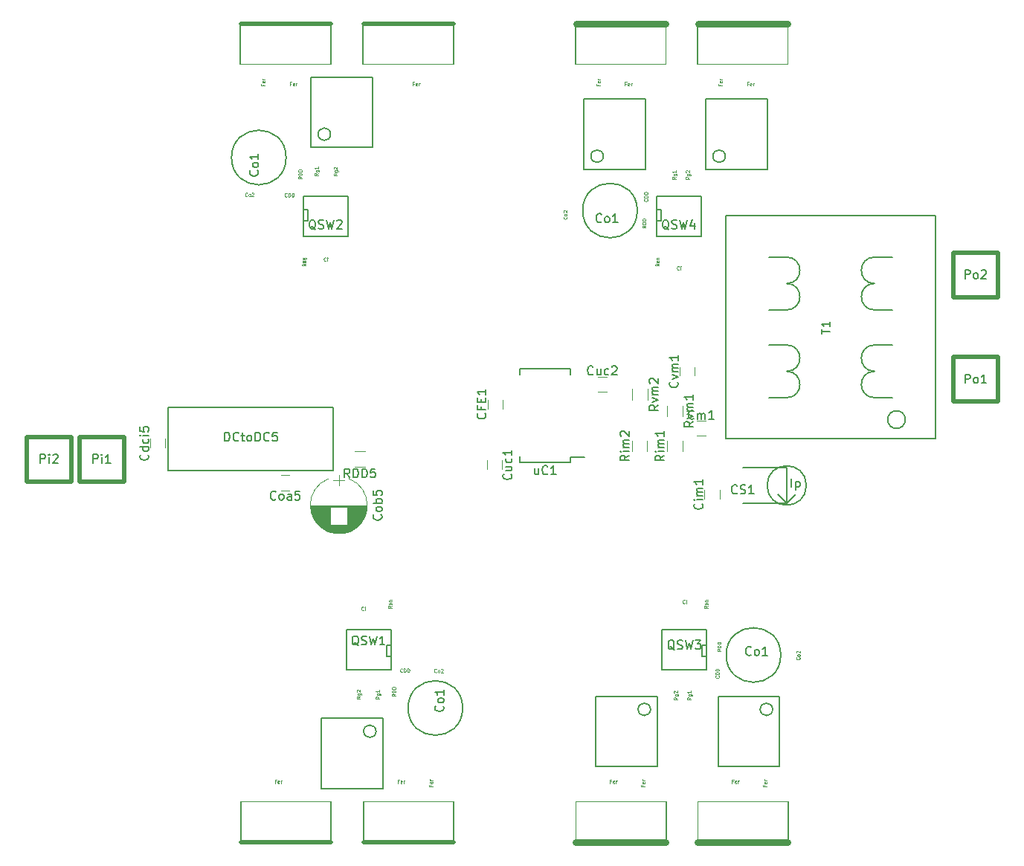
<source format=gbr>
G04 #@! TF.GenerationSoftware,KiCad,Pcbnew,(5.1.2)-1*
G04 #@! TF.CreationDate,2019-05-29T22:51:05-07:00*
G04 #@! TF.ProjectId,1000WConverter_r1_ctrl,31303030-5743-46f6-9e76-65727465725f,rev?*
G04 #@! TF.SameCoordinates,Original*
G04 #@! TF.FileFunction,Legend,Top*
G04 #@! TF.FilePolarity,Positive*
%FSLAX46Y46*%
G04 Gerber Fmt 4.6, Leading zero omitted, Abs format (unit mm)*
G04 Created by KiCad (PCBNEW (5.1.2)-1) date 2019-05-29 22:51:05*
%MOMM*%
%LPD*%
G04 APERTURE LIST*
%ADD10C,0.120000*%
%ADD11C,0.750000*%
%ADD12C,0.150000*%
%ADD13C,0.480000*%
%ADD14C,0.500000*%
%ADD15C,0.100000*%
G04 APERTURE END LIST*
D10*
X6980000Y-46620000D02*
X6980000Y-41979000D01*
D11*
X17170000Y-46620000D02*
X6980000Y-46620000D01*
D12*
X17260000Y-46620000D02*
X17260000Y-41979000D01*
D10*
X17220000Y-41979000D02*
X6980000Y-41979000D01*
D12*
X15497107Y-31500000D02*
G75*
G03X15497107Y-31500000I-707107J0D01*
G01*
X16290000Y-30000000D02*
X16290000Y-38000000D01*
X16290000Y-38000000D02*
X9290000Y-38000000D01*
X9290000Y-38000000D02*
X9290000Y-30000000D01*
X9290000Y-30000000D02*
X16290000Y-30000000D01*
X23190000Y-30000000D02*
X30190000Y-30000000D01*
X23190000Y-38000000D02*
X23190000Y-30000000D01*
X30190000Y-38000000D02*
X23190000Y-38000000D01*
X30190000Y-30000000D02*
X30190000Y-38000000D01*
X29397107Y-31500000D02*
G75*
G03X29397107Y-31500000I-707107J0D01*
G01*
D10*
X31120000Y-41979000D02*
X20880000Y-41979000D01*
D12*
X31160000Y-46620000D02*
X31160000Y-41979000D01*
D11*
X31070000Y-46620000D02*
X20880000Y-46620000D01*
D10*
X20880000Y-46620000D02*
X20880000Y-41979000D01*
D12*
X30323945Y-25310000D02*
G75*
G03X30323945Y-25310000I-3106445J0D01*
G01*
X21907500Y-26976000D02*
X16827500Y-26976000D01*
X16827500Y-26976000D02*
X16827500Y-22404000D01*
X16827500Y-22404000D02*
X21907500Y-22404000D01*
X21907500Y-22404000D02*
X21907500Y-26976000D01*
X21907500Y-25452000D02*
X21399500Y-25452000D01*
X21399500Y-25452000D02*
X21399500Y-24182000D01*
X21399500Y-24182000D02*
X21907500Y-24182000D01*
D10*
X31120000Y46620000D02*
X31120000Y41979000D01*
D11*
X20930000Y46620000D02*
X31120000Y46620000D01*
D12*
X20840000Y46620000D02*
X20840000Y41979000D01*
D10*
X20880000Y41979000D02*
X31120000Y41979000D01*
D12*
X24017107Y31500000D02*
G75*
G03X24017107Y31500000I-707107J0D01*
G01*
X21810000Y30000000D02*
X21810000Y38000000D01*
X21810000Y38000000D02*
X28810000Y38000000D01*
X28810000Y38000000D02*
X28810000Y30000000D01*
X28810000Y30000000D02*
X21810000Y30000000D01*
X14910000Y30000000D02*
X7910000Y30000000D01*
X14910000Y38000000D02*
X14910000Y30000000D01*
X7910000Y38000000D02*
X14910000Y38000000D01*
X7910000Y30000000D02*
X7910000Y38000000D01*
X10117107Y31500000D02*
G75*
G03X10117107Y31500000I-707107J0D01*
G01*
D10*
X6980000Y41979000D02*
X17220000Y41979000D01*
D12*
X6940000Y46620000D02*
X6940000Y41979000D01*
D11*
X7030000Y46620000D02*
X17220000Y46620000D01*
D10*
X17220000Y46620000D02*
X17220000Y41979000D01*
D12*
X13988945Y25310000D02*
G75*
G03X13988945Y25310000I-3106445J0D01*
G01*
X16192500Y26976000D02*
X21272500Y26976000D01*
X21272500Y26976000D02*
X21272500Y22404000D01*
X21272500Y22404000D02*
X16192500Y22404000D01*
X16192500Y22404000D02*
X16192500Y26976000D01*
X16192500Y25452000D02*
X16700500Y25452000D01*
X16700500Y25452000D02*
X16700500Y24182000D01*
X16700500Y24182000D02*
X16192500Y24182000D01*
X-23522000Y24182000D02*
X-24030000Y24182000D01*
X-23522000Y25452000D02*
X-23522000Y24182000D01*
X-24030000Y25452000D02*
X-23522000Y25452000D01*
X-24030000Y22404000D02*
X-24030000Y26976000D01*
X-18950000Y22404000D02*
X-24030000Y22404000D01*
X-18950000Y26976000D02*
X-18950000Y22404000D01*
X-24030000Y26976000D02*
X-18950000Y26976000D01*
D13*
X-17170000Y46620000D02*
X-6930000Y46620000D01*
D12*
X-17210000Y46620000D02*
X-17210000Y41979000D01*
D10*
X-17170000Y41979000D02*
X-6930000Y41979000D01*
D12*
X-25993555Y31350000D02*
G75*
G03X-25993555Y31350000I-3106445J0D01*
G01*
X-16140000Y32500000D02*
X-23140000Y32500000D01*
X-16140000Y40500000D02*
X-16140000Y32500000D01*
X-23140000Y40500000D02*
X-16140000Y40500000D01*
X-23140000Y32500000D02*
X-23140000Y40500000D01*
X-20932893Y34000000D02*
G75*
G03X-20932893Y34000000I-707107J0D01*
G01*
X-6930000Y46620000D02*
X-6930000Y41979000D01*
X-20930000Y46620000D02*
X-20930000Y41979000D01*
D10*
X-31170000Y41979000D02*
X-20930000Y41979000D01*
D12*
X-31210000Y46620000D02*
X-31210000Y41979000D01*
D13*
X-31170000Y46620000D02*
X-20930000Y46620000D01*
D12*
X-14578000Y-24182000D02*
X-14070000Y-24182000D01*
X-14578000Y-25452000D02*
X-14578000Y-24182000D01*
X-14070000Y-25452000D02*
X-14578000Y-25452000D01*
X-14070000Y-22404000D02*
X-14070000Y-26976000D01*
X-19150000Y-22404000D02*
X-14070000Y-22404000D01*
X-19150000Y-26976000D02*
X-19150000Y-22404000D01*
X-14070000Y-26976000D02*
X-19150000Y-26976000D01*
D13*
X-20930000Y-46620000D02*
X-31170000Y-46620000D01*
D12*
X-20890000Y-46620000D02*
X-20890000Y-41979000D01*
D10*
X-20930000Y-41979000D02*
X-31170000Y-41979000D01*
D12*
X-5893555Y-31350000D02*
G75*
G03X-5893555Y-31350000I-3106445J0D01*
G01*
X-21960000Y-32500000D02*
X-14960000Y-32500000D01*
X-21960000Y-40500000D02*
X-21960000Y-32500000D01*
X-14960000Y-40500000D02*
X-21960000Y-40500000D01*
X-14960000Y-32500000D02*
X-14960000Y-40500000D01*
X-15752893Y-34000000D02*
G75*
G03X-15752893Y-34000000I-707107J0D01*
G01*
X-31170000Y-46620000D02*
X-31170000Y-41979000D01*
X-17170000Y-46620000D02*
X-17170000Y-41979000D01*
D10*
X-6930000Y-41979000D02*
X-17170000Y-41979000D01*
D12*
X-6890000Y-46620000D02*
X-6890000Y-41979000D01*
D13*
X-6930000Y-46620000D02*
X-17170000Y-46620000D01*
D10*
X20750000Y-350000D02*
X21750000Y-350000D01*
X21750000Y1350000D02*
X20750000Y1350000D01*
X20550000Y6500000D02*
X20550000Y7500000D01*
X18850000Y7500000D02*
X18850000Y6500000D01*
D12*
X26000000Y-8000000D02*
X31000000Y-8000000D01*
X26000000Y-4000000D02*
X31000000Y-4000000D01*
X33236068Y-6000000D02*
G75*
G03X33236068Y-6000000I-2236068J0D01*
G01*
X31000000Y-4000000D02*
X31000000Y-8000000D01*
X31000000Y-8000000D02*
X30000000Y-7000000D01*
X32000000Y-7000000D02*
X31000000Y-8000000D01*
D10*
X-1400000Y-4150000D02*
X-1400000Y-3150000D01*
X-3100000Y-3150000D02*
X-3100000Y-4150000D01*
X-41450000Y-700000D02*
X-41450000Y-1700000D01*
X-39750000Y-1700000D02*
X-39750000Y-700000D01*
X-26600000Y-6550000D02*
X-25600000Y-6550000D01*
X-25600000Y-4850000D02*
X-26600000Y-4850000D01*
D12*
X-20600000Y2860000D02*
X-20600000Y-4340000D01*
X-39400000Y2860000D02*
X-39400000Y-4340000D01*
X-39400000Y-4340000D02*
X-20600000Y-4340000D01*
X-39400000Y2860000D02*
X-20600000Y2860000D01*
D10*
X-18200000Y-2120000D02*
X-17000000Y-2120000D01*
X-17000000Y-3880000D02*
X-18200000Y-3880000D01*
X23350000Y-7500000D02*
X23350000Y-6500000D01*
X21650000Y-6500000D02*
X21650000Y-7500000D01*
X17370000Y1900000D02*
X17370000Y3100000D01*
X19130000Y3100000D02*
X19130000Y1900000D01*
X15155000Y4975000D02*
X15155000Y3775000D01*
X13395000Y3775000D02*
X13395000Y4975000D01*
X19130000Y-900000D02*
X19130000Y-2100000D01*
X17370000Y-2100000D02*
X17370000Y-900000D01*
X13370000Y-2100000D02*
X13370000Y-900000D01*
X15130000Y-900000D02*
X15130000Y-2100000D01*
X9500000Y4700000D02*
X10500000Y4700000D01*
X10500000Y6400000D02*
X9500000Y6400000D01*
X-1350000Y2750000D02*
X-1350000Y3750000D01*
X-3050000Y3750000D02*
X-3050000Y2750000D01*
D12*
X6375000Y-3369200D02*
X6375000Y-2794200D01*
X625000Y-3369200D02*
X625000Y-2719200D01*
X625000Y7280800D02*
X625000Y6630800D01*
X6375000Y7280800D02*
X6375000Y6630800D01*
X6375000Y-3369200D02*
X625000Y-3369200D01*
X6375000Y7280800D02*
X625000Y7280800D01*
X6375000Y-2794200D02*
X7975000Y-2794200D01*
X47938000Y24700000D02*
X47938000Y-700000D01*
X47938000Y-700000D02*
X24062000Y-700000D01*
X24062000Y-700000D02*
X24062000Y24700000D01*
X24062000Y24700000D02*
X47938000Y24700000D01*
X41000000Y4000000D02*
G75*
G02X41000000Y7000000I0J1500000D01*
G01*
X41000000Y7000000D02*
G75*
G02X41000000Y10000000I0J1500000D01*
G01*
X41000000Y14000000D02*
G75*
G02X41000000Y17000000I0J1500000D01*
G01*
X41000000Y17000000D02*
G75*
G02X41000000Y20000000I0J1500000D01*
G01*
X31000000Y4000000D02*
G75*
G03X31000000Y7000000I0J1500000D01*
G01*
X31000000Y7000000D02*
G75*
G03X31000000Y10000000I0J1500000D01*
G01*
X31000000Y14000000D02*
G75*
G03X31000000Y17000000I0J1500000D01*
G01*
X31000000Y17000000D02*
G75*
G03X31000000Y20000000I0J1500000D01*
G01*
X43000000Y4000000D02*
X41000000Y4000000D01*
X31000000Y4000000D02*
X29000000Y4000000D01*
X31000000Y10000000D02*
X29000000Y10000000D01*
X43000000Y10000000D02*
X41000000Y10000000D01*
X43000000Y14000000D02*
X41000000Y14000000D01*
X31000000Y14000000D02*
X29000000Y14000000D01*
X43000000Y20000000D02*
X41000000Y20000000D01*
X29000000Y20000000D02*
X31000000Y20000000D01*
X44500000Y1500000D02*
G75*
G03X44500000Y1500000I-1000000J0D01*
G01*
D14*
X-49540000Y-5540000D02*
X-49540000Y-460000D01*
X-44460000Y-5540000D02*
X-49540000Y-5540000D01*
X-44460000Y-460000D02*
X-44460000Y-5540000D01*
X-49540000Y-460000D02*
X-44460000Y-460000D01*
X-55540000Y-5540000D02*
X-55540000Y-460000D01*
X-50460000Y-5540000D02*
X-55540000Y-5540000D01*
X-50460000Y-460000D02*
X-50460000Y-5540000D01*
X-55540000Y-460000D02*
X-50460000Y-460000D01*
X49960000Y8640000D02*
X55040000Y8640000D01*
X55040000Y8640000D02*
X55040000Y3560000D01*
X55040000Y3560000D02*
X49960000Y3560000D01*
X49960000Y3560000D02*
X49960000Y8640000D01*
X49960000Y20540000D02*
X55040000Y20540000D01*
X55040000Y20540000D02*
X55040000Y15460000D01*
X55040000Y15460000D02*
X49960000Y15460000D01*
X49960000Y15460000D02*
X49960000Y20540000D01*
D10*
X-19350000Y-5400000D02*
X-20650000Y-5400000D01*
X-20000000Y-4800000D02*
X-20000000Y-6000000D01*
X-19532000Y-11451000D02*
X-20468000Y-11451000D01*
X-19324000Y-11411000D02*
X-20676000Y-11411000D01*
X-19166000Y-11371000D02*
X-20834000Y-11371000D01*
X-19034000Y-11331000D02*
X-20966000Y-11331000D01*
X-18919000Y-11291000D02*
X-21081000Y-11291000D01*
X-18816000Y-11251000D02*
X-21184000Y-11251000D01*
X-18722000Y-11211000D02*
X-21278000Y-11211000D01*
X-18636000Y-11171000D02*
X-21364000Y-11171000D01*
X-18555000Y-11131000D02*
X-21445000Y-11131000D01*
X-18480000Y-11091000D02*
X-21520000Y-11091000D01*
X-18409000Y-11051000D02*
X-21591000Y-11051000D01*
X-18342000Y-11011000D02*
X-21658000Y-11011000D01*
X-18279000Y-10971000D02*
X-21721000Y-10971000D01*
X-18219000Y-10931000D02*
X-21781000Y-10931000D01*
X-18161000Y-10891000D02*
X-21839000Y-10891000D01*
X-18106000Y-10851000D02*
X-21894000Y-10851000D01*
X-18054000Y-10811000D02*
X-21946000Y-10811000D01*
X-18003000Y-10771000D02*
X-21997000Y-10771000D01*
X-17955000Y-10731000D02*
X-22045000Y-10731000D01*
X-17908000Y-10691000D02*
X-22092000Y-10691000D01*
X-17863000Y-10651000D02*
X-22137000Y-10651000D01*
X-17820000Y-10611000D02*
X-22180000Y-10611000D01*
X-17778000Y-10571000D02*
X-22222000Y-10571000D01*
X-17738000Y-10531000D02*
X-22262000Y-10531000D01*
X-17699000Y-10491000D02*
X-22301000Y-10491000D01*
X-20980000Y-10451000D02*
X-22339000Y-10451000D01*
X-17661000Y-10451000D02*
X-19020000Y-10451000D01*
X-20980000Y-10411000D02*
X-22375000Y-10411000D01*
X-17625000Y-10411000D02*
X-19020000Y-10411000D01*
X-20980000Y-10371000D02*
X-22411000Y-10371000D01*
X-17589000Y-10371000D02*
X-19020000Y-10371000D01*
X-20980000Y-10331000D02*
X-22445000Y-10331000D01*
X-17555000Y-10331000D02*
X-19020000Y-10331000D01*
X-20980000Y-10291000D02*
X-22478000Y-10291000D01*
X-17522000Y-10291000D02*
X-19020000Y-10291000D01*
X-20980000Y-10251000D02*
X-22510000Y-10251000D01*
X-17490000Y-10251000D02*
X-19020000Y-10251000D01*
X-20980000Y-10211000D02*
X-22540000Y-10211000D01*
X-17460000Y-10211000D02*
X-19020000Y-10211000D01*
X-20980000Y-10171000D02*
X-22570000Y-10171000D01*
X-17430000Y-10171000D02*
X-19020000Y-10171000D01*
X-20980000Y-10131000D02*
X-22599000Y-10131000D01*
X-17401000Y-10131000D02*
X-19020000Y-10131000D01*
X-20980000Y-10091000D02*
X-22627000Y-10091000D01*
X-17373000Y-10091000D02*
X-19020000Y-10091000D01*
X-20980000Y-10051000D02*
X-22654000Y-10051000D01*
X-17346000Y-10051000D02*
X-19020000Y-10051000D01*
X-20980000Y-10011000D02*
X-22681000Y-10011000D01*
X-17319000Y-10011000D02*
X-19020000Y-10011000D01*
X-20980000Y-9971000D02*
X-22706000Y-9971000D01*
X-17294000Y-9971000D02*
X-19020000Y-9971000D01*
X-20980000Y-9931000D02*
X-22731000Y-9931000D01*
X-17269000Y-9931000D02*
X-19020000Y-9931000D01*
X-20980000Y-9891000D02*
X-22755000Y-9891000D01*
X-17245000Y-9891000D02*
X-19020000Y-9891000D01*
X-20980000Y-9851000D02*
X-22778000Y-9851000D01*
X-17222000Y-9851000D02*
X-19020000Y-9851000D01*
X-20980000Y-9811000D02*
X-22800000Y-9811000D01*
X-17200000Y-9811000D02*
X-19020000Y-9811000D01*
X-20980000Y-9771000D02*
X-22822000Y-9771000D01*
X-17178000Y-9771000D02*
X-19020000Y-9771000D01*
X-20980000Y-9731000D02*
X-22843000Y-9731000D01*
X-17157000Y-9731000D02*
X-19020000Y-9731000D01*
X-20980000Y-9691000D02*
X-22863000Y-9691000D01*
X-17137000Y-9691000D02*
X-19020000Y-9691000D01*
X-20980000Y-9651000D02*
X-22882000Y-9651000D01*
X-17118000Y-9651000D02*
X-19020000Y-9651000D01*
X-20980000Y-9611000D02*
X-22901000Y-9611000D01*
X-17099000Y-9611000D02*
X-19020000Y-9611000D01*
X-20980000Y-9571000D02*
X-22919000Y-9571000D01*
X-17081000Y-9571000D02*
X-19020000Y-9571000D01*
X-20980000Y-9531000D02*
X-22937000Y-9531000D01*
X-17063000Y-9531000D02*
X-19020000Y-9531000D01*
X-20980000Y-9491000D02*
X-22954000Y-9491000D01*
X-17046000Y-9491000D02*
X-19020000Y-9491000D01*
X-20980000Y-9451000D02*
X-22970000Y-9451000D01*
X-17030000Y-9451000D02*
X-19020000Y-9451000D01*
X-20980000Y-9411000D02*
X-22986000Y-9411000D01*
X-17014000Y-9411000D02*
X-19020000Y-9411000D01*
X-20980000Y-9371000D02*
X-23001000Y-9371000D01*
X-16999000Y-9371000D02*
X-19020000Y-9371000D01*
X-20980000Y-9331000D02*
X-23015000Y-9331000D01*
X-16985000Y-9331000D02*
X-19020000Y-9331000D01*
X-20980000Y-9291000D02*
X-23029000Y-9291000D01*
X-16971000Y-9291000D02*
X-19020000Y-9291000D01*
X-20980000Y-9251000D02*
X-23042000Y-9251000D01*
X-16958000Y-9251000D02*
X-19020000Y-9251000D01*
X-20980000Y-9211000D02*
X-23055000Y-9211000D01*
X-16945000Y-9211000D02*
X-19020000Y-9211000D01*
X-20980000Y-9171000D02*
X-23067000Y-9171000D01*
X-16933000Y-9171000D02*
X-19020000Y-9171000D01*
X-20980000Y-9131000D02*
X-23079000Y-9131000D01*
X-16921000Y-9131000D02*
X-19020000Y-9131000D01*
X-20980000Y-9091000D02*
X-23090000Y-9091000D01*
X-16910000Y-9091000D02*
X-19020000Y-9091000D01*
X-20980000Y-9051000D02*
X-23100000Y-9051000D01*
X-16900000Y-9051000D02*
X-19020000Y-9051000D01*
X-20980000Y-9011000D02*
X-23110000Y-9011000D01*
X-16890000Y-9011000D02*
X-19020000Y-9011000D01*
X-20980000Y-8971000D02*
X-23119000Y-8971000D01*
X-16881000Y-8971000D02*
X-19020000Y-8971000D01*
X-20980000Y-8930000D02*
X-23128000Y-8930000D01*
X-16872000Y-8930000D02*
X-19020000Y-8930000D01*
X-20980000Y-8890000D02*
X-23137000Y-8890000D01*
X-16863000Y-8890000D02*
X-19020000Y-8890000D01*
X-20980000Y-8850000D02*
X-23144000Y-8850000D01*
X-16856000Y-8850000D02*
X-19020000Y-8850000D01*
X-20980000Y-8810000D02*
X-23152000Y-8810000D01*
X-16848000Y-8810000D02*
X-19020000Y-8810000D01*
X-20980000Y-8770000D02*
X-23158000Y-8770000D01*
X-16842000Y-8770000D02*
X-19020000Y-8770000D01*
X-20980000Y-8730000D02*
X-23165000Y-8730000D01*
X-16835000Y-8730000D02*
X-19020000Y-8730000D01*
X-20980000Y-8690000D02*
X-23170000Y-8690000D01*
X-16830000Y-8690000D02*
X-19020000Y-8690000D01*
X-20980000Y-8650000D02*
X-23176000Y-8650000D01*
X-16824000Y-8650000D02*
X-19020000Y-8650000D01*
X-20980000Y-8610000D02*
X-23180000Y-8610000D01*
X-16820000Y-8610000D02*
X-19020000Y-8610000D01*
X-20980000Y-8570000D02*
X-23185000Y-8570000D01*
X-16815000Y-8570000D02*
X-19020000Y-8570000D01*
X-20980000Y-8530000D02*
X-23188000Y-8530000D01*
X-16812000Y-8530000D02*
X-19020000Y-8530000D01*
X-16808000Y-8490000D02*
X-23192000Y-8490000D01*
X-16806000Y-8450000D02*
X-23194000Y-8450000D01*
X-16803000Y-8410000D02*
X-23197000Y-8410000D01*
X-16802000Y-8370000D02*
X-23198000Y-8370000D01*
X-16800000Y-8330000D02*
X-23200000Y-8330000D01*
X-16800000Y-8290000D02*
X-23200000Y-8290000D01*
X-16800000Y-8250000D02*
X-23200000Y-8250000D01*
X-21179136Y-11267820D02*
G75*
G03X-18820000Y-11267482I1179136J3017820D01*
G01*
X-21179136Y-11267820D02*
G75*
G02X-21180000Y-5232518I1179136J3017820D01*
G01*
X-18820864Y-11267820D02*
G75*
G03X-18820000Y-5232518I-1179136J3017820D01*
G01*
D12*
X18224642Y-24737619D02*
X18129404Y-24690000D01*
X18034166Y-24594761D01*
X17891309Y-24451904D01*
X17796071Y-24404285D01*
X17700833Y-24404285D01*
X17748452Y-24642380D02*
X17653214Y-24594761D01*
X17557976Y-24499523D01*
X17510357Y-24309047D01*
X17510357Y-23975714D01*
X17557976Y-23785238D01*
X17653214Y-23690000D01*
X17748452Y-23642380D01*
X17938928Y-23642380D01*
X18034166Y-23690000D01*
X18129404Y-23785238D01*
X18177023Y-23975714D01*
X18177023Y-24309047D01*
X18129404Y-24499523D01*
X18034166Y-24594761D01*
X17938928Y-24642380D01*
X17748452Y-24642380D01*
X18557976Y-24594761D02*
X18700833Y-24642380D01*
X18938928Y-24642380D01*
X19034166Y-24594761D01*
X19081785Y-24547142D01*
X19129404Y-24451904D01*
X19129404Y-24356666D01*
X19081785Y-24261428D01*
X19034166Y-24213809D01*
X18938928Y-24166190D01*
X18748452Y-24118571D01*
X18653214Y-24070952D01*
X18605595Y-24023333D01*
X18557976Y-23928095D01*
X18557976Y-23832857D01*
X18605595Y-23737619D01*
X18653214Y-23690000D01*
X18748452Y-23642380D01*
X18986547Y-23642380D01*
X19129404Y-23690000D01*
X19462738Y-23642380D02*
X19700833Y-24642380D01*
X19891309Y-23928095D01*
X20081785Y-24642380D01*
X20319880Y-23642380D01*
X20605595Y-23642380D02*
X21224642Y-23642380D01*
X20891309Y-24023333D01*
X21034166Y-24023333D01*
X21129404Y-24070952D01*
X21177023Y-24118571D01*
X21224642Y-24213809D01*
X21224642Y-24451904D01*
X21177023Y-24547142D01*
X21129404Y-24594761D01*
X21034166Y-24642380D01*
X20748452Y-24642380D01*
X20653214Y-24594761D01*
X20605595Y-24547142D01*
D15*
X14611428Y-40138095D02*
X14611428Y-40271428D01*
X14820952Y-40271428D02*
X14420952Y-40271428D01*
X14420952Y-40080952D01*
X14801904Y-39776190D02*
X14820952Y-39814285D01*
X14820952Y-39890476D01*
X14801904Y-39928571D01*
X14763809Y-39947619D01*
X14611428Y-39947619D01*
X14573333Y-39928571D01*
X14554285Y-39890476D01*
X14554285Y-39814285D01*
X14573333Y-39776190D01*
X14611428Y-39757142D01*
X14649523Y-39757142D01*
X14687619Y-39947619D01*
X14820952Y-39585714D02*
X14554285Y-39585714D01*
X14630476Y-39585714D02*
X14592380Y-39566666D01*
X14573333Y-39547619D01*
X14554285Y-39509523D01*
X14554285Y-39471428D01*
X28511428Y-40138095D02*
X28511428Y-40271428D01*
X28720952Y-40271428D02*
X28320952Y-40271428D01*
X28320952Y-40080952D01*
X28701904Y-39776190D02*
X28720952Y-39814285D01*
X28720952Y-39890476D01*
X28701904Y-39928571D01*
X28663809Y-39947619D01*
X28511428Y-39947619D01*
X28473333Y-39928571D01*
X28454285Y-39890476D01*
X28454285Y-39814285D01*
X28473333Y-39776190D01*
X28511428Y-39757142D01*
X28549523Y-39757142D01*
X28587619Y-39947619D01*
X28720952Y-39585714D02*
X28454285Y-39585714D01*
X28530476Y-39585714D02*
X28492380Y-39566666D01*
X28473333Y-39547619D01*
X28454285Y-39509523D01*
X28454285Y-39471428D01*
X14611428Y-40138095D02*
X14611428Y-40271428D01*
X14820952Y-40271428D02*
X14420952Y-40271428D01*
X14420952Y-40080952D01*
X14801904Y-39776190D02*
X14820952Y-39814285D01*
X14820952Y-39890476D01*
X14801904Y-39928571D01*
X14763809Y-39947619D01*
X14611428Y-39947619D01*
X14573333Y-39928571D01*
X14554285Y-39890476D01*
X14554285Y-39814285D01*
X14573333Y-39776190D01*
X14611428Y-39757142D01*
X14649523Y-39757142D01*
X14687619Y-39947619D01*
X14820952Y-39585714D02*
X14554285Y-39585714D01*
X14630476Y-39585714D02*
X14592380Y-39566666D01*
X14573333Y-39547619D01*
X14554285Y-39509523D01*
X14554285Y-39471428D01*
X11001904Y-39696428D02*
X10868571Y-39696428D01*
X10868571Y-39905952D02*
X10868571Y-39505952D01*
X11059047Y-39505952D01*
X11363809Y-39886904D02*
X11325714Y-39905952D01*
X11249523Y-39905952D01*
X11211428Y-39886904D01*
X11192380Y-39848809D01*
X11192380Y-39696428D01*
X11211428Y-39658333D01*
X11249523Y-39639285D01*
X11325714Y-39639285D01*
X11363809Y-39658333D01*
X11382857Y-39696428D01*
X11382857Y-39734523D01*
X11192380Y-39772619D01*
X11554285Y-39905952D02*
X11554285Y-39639285D01*
X11554285Y-39715476D02*
X11573333Y-39677380D01*
X11592380Y-39658333D01*
X11630476Y-39639285D01*
X11668571Y-39639285D01*
X24901904Y-39696428D02*
X24768571Y-39696428D01*
X24768571Y-39905952D02*
X24768571Y-39505952D01*
X24959047Y-39505952D01*
X25263809Y-39886904D02*
X25225714Y-39905952D01*
X25149523Y-39905952D01*
X25111428Y-39886904D01*
X25092380Y-39848809D01*
X25092380Y-39696428D01*
X25111428Y-39658333D01*
X25149523Y-39639285D01*
X25225714Y-39639285D01*
X25263809Y-39658333D01*
X25282857Y-39696428D01*
X25282857Y-39734523D01*
X25092380Y-39772619D01*
X25454285Y-39905952D02*
X25454285Y-39639285D01*
X25454285Y-39715476D02*
X25473333Y-39677380D01*
X25492380Y-39658333D01*
X25530476Y-39639285D01*
X25568571Y-39639285D01*
X14611428Y-40138095D02*
X14611428Y-40271428D01*
X14820952Y-40271428D02*
X14420952Y-40271428D01*
X14420952Y-40080952D01*
X14801904Y-39776190D02*
X14820952Y-39814285D01*
X14820952Y-39890476D01*
X14801904Y-39928571D01*
X14763809Y-39947619D01*
X14611428Y-39947619D01*
X14573333Y-39928571D01*
X14554285Y-39890476D01*
X14554285Y-39814285D01*
X14573333Y-39776190D01*
X14611428Y-39757142D01*
X14649523Y-39757142D01*
X14687619Y-39947619D01*
X14820952Y-39585714D02*
X14554285Y-39585714D01*
X14630476Y-39585714D02*
X14592380Y-39566666D01*
X14573333Y-39547619D01*
X14554285Y-39509523D01*
X14554285Y-39471428D01*
D12*
X26948452Y-25267142D02*
X26900833Y-25314761D01*
X26757976Y-25362380D01*
X26662738Y-25362380D01*
X26519880Y-25314761D01*
X26424642Y-25219523D01*
X26377023Y-25124285D01*
X26329404Y-24933809D01*
X26329404Y-24790952D01*
X26377023Y-24600476D01*
X26424642Y-24505238D01*
X26519880Y-24410000D01*
X26662738Y-24362380D01*
X26757976Y-24362380D01*
X26900833Y-24410000D01*
X26948452Y-24457619D01*
X27519880Y-25362380D02*
X27424642Y-25314761D01*
X27377023Y-25267142D01*
X27329404Y-25171904D01*
X27329404Y-24886190D01*
X27377023Y-24790952D01*
X27424642Y-24743333D01*
X27519880Y-24695714D01*
X27662738Y-24695714D01*
X27757976Y-24743333D01*
X27805595Y-24790952D01*
X27853214Y-24886190D01*
X27853214Y-25171904D01*
X27805595Y-25267142D01*
X27757976Y-25314761D01*
X27662738Y-25362380D01*
X27519880Y-25362380D01*
X28805595Y-25362380D02*
X28234166Y-25362380D01*
X28519880Y-25362380D02*
X28519880Y-24362380D01*
X28424642Y-24505238D01*
X28329404Y-24600476D01*
X28234166Y-24648095D01*
D15*
X32455357Y-25582619D02*
X32474404Y-25601666D01*
X32493452Y-25658809D01*
X32493452Y-25696904D01*
X32474404Y-25754047D01*
X32436309Y-25792142D01*
X32398214Y-25811190D01*
X32322023Y-25830238D01*
X32264880Y-25830238D01*
X32188690Y-25811190D01*
X32150595Y-25792142D01*
X32112500Y-25754047D01*
X32093452Y-25696904D01*
X32093452Y-25658809D01*
X32112500Y-25601666D01*
X32131547Y-25582619D01*
X32493452Y-25354047D02*
X32474404Y-25392142D01*
X32455357Y-25411190D01*
X32417261Y-25430238D01*
X32302976Y-25430238D01*
X32264880Y-25411190D01*
X32245833Y-25392142D01*
X32226785Y-25354047D01*
X32226785Y-25296904D01*
X32245833Y-25258809D01*
X32264880Y-25239761D01*
X32302976Y-25220714D01*
X32417261Y-25220714D01*
X32455357Y-25239761D01*
X32474404Y-25258809D01*
X32493452Y-25296904D01*
X32493452Y-25354047D01*
X32131547Y-25068333D02*
X32112500Y-25049285D01*
X32093452Y-25011190D01*
X32093452Y-24915952D01*
X32112500Y-24877857D01*
X32131547Y-24858809D01*
X32169642Y-24839761D01*
X32207738Y-24839761D01*
X32264880Y-24858809D01*
X32493452Y-25087380D01*
X32493452Y-24839761D01*
X23260357Y-27676190D02*
X23279404Y-27695238D01*
X23298452Y-27752380D01*
X23298452Y-27790476D01*
X23279404Y-27847619D01*
X23241309Y-27885714D01*
X23203214Y-27904761D01*
X23127023Y-27923809D01*
X23069880Y-27923809D01*
X22993690Y-27904761D01*
X22955595Y-27885714D01*
X22917500Y-27847619D01*
X22898452Y-27790476D01*
X22898452Y-27752380D01*
X22917500Y-27695238D01*
X22936547Y-27676190D01*
X23298452Y-27504761D02*
X22898452Y-27504761D01*
X22898452Y-27409523D01*
X22917500Y-27352380D01*
X22955595Y-27314285D01*
X22993690Y-27295238D01*
X23069880Y-27276190D01*
X23127023Y-27276190D01*
X23203214Y-27295238D01*
X23241309Y-27314285D01*
X23279404Y-27352380D01*
X23298452Y-27409523D01*
X23298452Y-27504761D01*
X23298452Y-27104761D02*
X22898452Y-27104761D01*
X22898452Y-27009523D01*
X22917500Y-26952380D01*
X22955595Y-26914285D01*
X22993690Y-26895238D01*
X23069880Y-26876190D01*
X23127023Y-26876190D01*
X23203214Y-26895238D01*
X23241309Y-26914285D01*
X23279404Y-26952380D01*
X23298452Y-27009523D01*
X23298452Y-27104761D01*
X19396071Y-19382857D02*
X19377023Y-19401904D01*
X19319880Y-19420952D01*
X19281785Y-19420952D01*
X19224642Y-19401904D01*
X19186547Y-19363809D01*
X19167500Y-19325714D01*
X19148452Y-19249523D01*
X19148452Y-19192380D01*
X19167500Y-19116190D01*
X19186547Y-19078095D01*
X19224642Y-19040000D01*
X19281785Y-19020952D01*
X19319880Y-19020952D01*
X19377023Y-19040000D01*
X19396071Y-19059047D01*
X19567500Y-19420952D02*
X19567500Y-19154285D01*
X19567500Y-19020952D02*
X19548452Y-19040000D01*
X19567500Y-19059047D01*
X19586547Y-19040000D01*
X19567500Y-19020952D01*
X19567500Y-19059047D01*
X21998452Y-19718571D02*
X21807976Y-19851904D01*
X21998452Y-19947142D02*
X21598452Y-19947142D01*
X21598452Y-19794761D01*
X21617500Y-19756666D01*
X21636547Y-19737619D01*
X21674642Y-19718571D01*
X21731785Y-19718571D01*
X21769880Y-19737619D01*
X21788928Y-19756666D01*
X21807976Y-19794761D01*
X21807976Y-19947142D01*
X21979404Y-19394761D02*
X21998452Y-19432857D01*
X21998452Y-19509047D01*
X21979404Y-19547142D01*
X21941309Y-19566190D01*
X21788928Y-19566190D01*
X21750833Y-19547142D01*
X21731785Y-19509047D01*
X21731785Y-19432857D01*
X21750833Y-19394761D01*
X21788928Y-19375714D01*
X21827023Y-19375714D01*
X21865119Y-19566190D01*
X21731785Y-19204285D02*
X21998452Y-19204285D01*
X21769880Y-19204285D02*
X21750833Y-19185238D01*
X21731785Y-19147142D01*
X21731785Y-19090000D01*
X21750833Y-19051904D01*
X21788928Y-19032857D01*
X21998452Y-19032857D01*
X21998452Y-19718571D02*
X21807976Y-19851904D01*
X21998452Y-19947142D02*
X21598452Y-19947142D01*
X21598452Y-19794761D01*
X21617500Y-19756666D01*
X21636547Y-19737619D01*
X21674642Y-19718571D01*
X21731785Y-19718571D01*
X21769880Y-19737619D01*
X21788928Y-19756666D01*
X21807976Y-19794761D01*
X21807976Y-19947142D01*
X21979404Y-19394761D02*
X21998452Y-19432857D01*
X21998452Y-19509047D01*
X21979404Y-19547142D01*
X21941309Y-19566190D01*
X21788928Y-19566190D01*
X21750833Y-19547142D01*
X21731785Y-19509047D01*
X21731785Y-19432857D01*
X21750833Y-19394761D01*
X21788928Y-19375714D01*
X21827023Y-19375714D01*
X21865119Y-19566190D01*
X21731785Y-19204285D02*
X21998452Y-19204285D01*
X21769880Y-19204285D02*
X21750833Y-19185238D01*
X21731785Y-19147142D01*
X21731785Y-19090000D01*
X21750833Y-19051904D01*
X21788928Y-19032857D01*
X21998452Y-19032857D01*
X23498452Y-24636190D02*
X23307976Y-24769523D01*
X23498452Y-24864761D02*
X23098452Y-24864761D01*
X23098452Y-24712380D01*
X23117500Y-24674285D01*
X23136547Y-24655238D01*
X23174642Y-24636190D01*
X23231785Y-24636190D01*
X23269880Y-24655238D01*
X23288928Y-24674285D01*
X23307976Y-24712380D01*
X23307976Y-24864761D01*
X23498452Y-24464761D02*
X23098452Y-24464761D01*
X23098452Y-24369523D01*
X23117500Y-24312380D01*
X23155595Y-24274285D01*
X23193690Y-24255238D01*
X23269880Y-24236190D01*
X23327023Y-24236190D01*
X23403214Y-24255238D01*
X23441309Y-24274285D01*
X23479404Y-24312380D01*
X23498452Y-24369523D01*
X23498452Y-24464761D01*
X23498452Y-24064761D02*
X23098452Y-24064761D01*
X23098452Y-23969523D01*
X23117500Y-23912380D01*
X23155595Y-23874285D01*
X23193690Y-23855238D01*
X23269880Y-23836190D01*
X23327023Y-23836190D01*
X23403214Y-23855238D01*
X23441309Y-23874285D01*
X23479404Y-23912380D01*
X23498452Y-23969523D01*
X23498452Y-24064761D01*
X18548452Y-30137619D02*
X18357976Y-30270952D01*
X18548452Y-30366190D02*
X18148452Y-30366190D01*
X18148452Y-30213809D01*
X18167500Y-30175714D01*
X18186547Y-30156666D01*
X18224642Y-30137619D01*
X18281785Y-30137619D01*
X18319880Y-30156666D01*
X18338928Y-30175714D01*
X18357976Y-30213809D01*
X18357976Y-30366190D01*
X18281785Y-29794761D02*
X18605595Y-29794761D01*
X18643690Y-29813809D01*
X18662738Y-29832857D01*
X18681785Y-29870952D01*
X18681785Y-29928095D01*
X18662738Y-29966190D01*
X18529404Y-29794761D02*
X18548452Y-29832857D01*
X18548452Y-29909047D01*
X18529404Y-29947142D01*
X18510357Y-29966190D01*
X18472261Y-29985238D01*
X18357976Y-29985238D01*
X18319880Y-29966190D01*
X18300833Y-29947142D01*
X18281785Y-29909047D01*
X18281785Y-29832857D01*
X18300833Y-29794761D01*
X18186547Y-29623333D02*
X18167500Y-29604285D01*
X18148452Y-29566190D01*
X18148452Y-29470952D01*
X18167500Y-29432857D01*
X18186547Y-29413809D01*
X18224642Y-29394761D01*
X18262738Y-29394761D01*
X18319880Y-29413809D01*
X18548452Y-29642380D01*
X18548452Y-29394761D01*
X20093452Y-30137619D02*
X19902976Y-30270952D01*
X20093452Y-30366190D02*
X19693452Y-30366190D01*
X19693452Y-30213809D01*
X19712500Y-30175714D01*
X19731547Y-30156666D01*
X19769642Y-30137619D01*
X19826785Y-30137619D01*
X19864880Y-30156666D01*
X19883928Y-30175714D01*
X19902976Y-30213809D01*
X19902976Y-30366190D01*
X19826785Y-29794761D02*
X20150595Y-29794761D01*
X20188690Y-29813809D01*
X20207738Y-29832857D01*
X20226785Y-29870952D01*
X20226785Y-29928095D01*
X20207738Y-29966190D01*
X20074404Y-29794761D02*
X20093452Y-29832857D01*
X20093452Y-29909047D01*
X20074404Y-29947142D01*
X20055357Y-29966190D01*
X20017261Y-29985238D01*
X19902976Y-29985238D01*
X19864880Y-29966190D01*
X19845833Y-29947142D01*
X19826785Y-29909047D01*
X19826785Y-29832857D01*
X19845833Y-29794761D01*
X20093452Y-29394761D02*
X20093452Y-29623333D01*
X20093452Y-29509047D02*
X19693452Y-29509047D01*
X19750595Y-29547142D01*
X19788690Y-29585238D01*
X19807738Y-29623333D01*
D12*
X17589642Y23142380D02*
X17494404Y23190000D01*
X17399166Y23285238D01*
X17256309Y23428095D01*
X17161071Y23475714D01*
X17065833Y23475714D01*
X17113452Y23237619D02*
X17018214Y23285238D01*
X16922976Y23380476D01*
X16875357Y23570952D01*
X16875357Y23904285D01*
X16922976Y24094761D01*
X17018214Y24190000D01*
X17113452Y24237619D01*
X17303928Y24237619D01*
X17399166Y24190000D01*
X17494404Y24094761D01*
X17542023Y23904285D01*
X17542023Y23570952D01*
X17494404Y23380476D01*
X17399166Y23285238D01*
X17303928Y23237619D01*
X17113452Y23237619D01*
X17922976Y23285238D02*
X18065833Y23237619D01*
X18303928Y23237619D01*
X18399166Y23285238D01*
X18446785Y23332857D01*
X18494404Y23428095D01*
X18494404Y23523333D01*
X18446785Y23618571D01*
X18399166Y23666190D01*
X18303928Y23713809D01*
X18113452Y23761428D01*
X18018214Y23809047D01*
X17970595Y23856666D01*
X17922976Y23951904D01*
X17922976Y24047142D01*
X17970595Y24142380D01*
X18018214Y24190000D01*
X18113452Y24237619D01*
X18351547Y24237619D01*
X18494404Y24190000D01*
X18827738Y24237619D02*
X19065833Y23237619D01*
X19256309Y23951904D01*
X19446785Y23237619D01*
X19684880Y24237619D01*
X20494404Y23904285D02*
X20494404Y23237619D01*
X20256309Y24285238D02*
X20018214Y23570952D01*
X20637261Y23570952D01*
D15*
X23431428Y39661904D02*
X23431428Y39528571D01*
X23640952Y39528571D02*
X23240952Y39528571D01*
X23240952Y39719047D01*
X23621904Y40023809D02*
X23640952Y39985714D01*
X23640952Y39909523D01*
X23621904Y39871428D01*
X23583809Y39852380D01*
X23431428Y39852380D01*
X23393333Y39871428D01*
X23374285Y39909523D01*
X23374285Y39985714D01*
X23393333Y40023809D01*
X23431428Y40042857D01*
X23469523Y40042857D01*
X23507619Y39852380D01*
X23640952Y40214285D02*
X23374285Y40214285D01*
X23450476Y40214285D02*
X23412380Y40233333D01*
X23393333Y40252380D01*
X23374285Y40290476D01*
X23374285Y40328571D01*
X9531428Y39661904D02*
X9531428Y39528571D01*
X9740952Y39528571D02*
X9340952Y39528571D01*
X9340952Y39719047D01*
X9721904Y40023809D02*
X9740952Y39985714D01*
X9740952Y39909523D01*
X9721904Y39871428D01*
X9683809Y39852380D01*
X9531428Y39852380D01*
X9493333Y39871428D01*
X9474285Y39909523D01*
X9474285Y39985714D01*
X9493333Y40023809D01*
X9531428Y40042857D01*
X9569523Y40042857D01*
X9607619Y39852380D01*
X9740952Y40214285D02*
X9474285Y40214285D01*
X9550476Y40214285D02*
X9512380Y40233333D01*
X9493333Y40252380D01*
X9474285Y40290476D01*
X9474285Y40328571D01*
X23431428Y39661904D02*
X23431428Y39528571D01*
X23640952Y39528571D02*
X23240952Y39528571D01*
X23240952Y39719047D01*
X23621904Y40023809D02*
X23640952Y39985714D01*
X23640952Y39909523D01*
X23621904Y39871428D01*
X23583809Y39852380D01*
X23431428Y39852380D01*
X23393333Y39871428D01*
X23374285Y39909523D01*
X23374285Y39985714D01*
X23393333Y40023809D01*
X23431428Y40042857D01*
X23469523Y40042857D01*
X23507619Y39852380D01*
X23640952Y40214285D02*
X23374285Y40214285D01*
X23450476Y40214285D02*
X23412380Y40233333D01*
X23393333Y40252380D01*
X23374285Y40290476D01*
X23374285Y40328571D01*
X26621904Y39753571D02*
X26488571Y39753571D01*
X26488571Y39544047D02*
X26488571Y39944047D01*
X26679047Y39944047D01*
X26983809Y39563095D02*
X26945714Y39544047D01*
X26869523Y39544047D01*
X26831428Y39563095D01*
X26812380Y39601190D01*
X26812380Y39753571D01*
X26831428Y39791666D01*
X26869523Y39810714D01*
X26945714Y39810714D01*
X26983809Y39791666D01*
X27002857Y39753571D01*
X27002857Y39715476D01*
X26812380Y39677380D01*
X27174285Y39544047D02*
X27174285Y39810714D01*
X27174285Y39734523D02*
X27193333Y39772619D01*
X27212380Y39791666D01*
X27250476Y39810714D01*
X27288571Y39810714D01*
X12721904Y39753571D02*
X12588571Y39753571D01*
X12588571Y39544047D02*
X12588571Y39944047D01*
X12779047Y39944047D01*
X13083809Y39563095D02*
X13045714Y39544047D01*
X12969523Y39544047D01*
X12931428Y39563095D01*
X12912380Y39601190D01*
X12912380Y39753571D01*
X12931428Y39791666D01*
X12969523Y39810714D01*
X13045714Y39810714D01*
X13083809Y39791666D01*
X13102857Y39753571D01*
X13102857Y39715476D01*
X12912380Y39677380D01*
X13274285Y39544047D02*
X13274285Y39810714D01*
X13274285Y39734523D02*
X13293333Y39772619D01*
X13312380Y39791666D01*
X13350476Y39810714D01*
X13388571Y39810714D01*
X23431428Y39661904D02*
X23431428Y39528571D01*
X23640952Y39528571D02*
X23240952Y39528571D01*
X23240952Y39719047D01*
X23621904Y40023809D02*
X23640952Y39985714D01*
X23640952Y39909523D01*
X23621904Y39871428D01*
X23583809Y39852380D01*
X23431428Y39852380D01*
X23393333Y39871428D01*
X23374285Y39909523D01*
X23374285Y39985714D01*
X23393333Y40023809D01*
X23431428Y40042857D01*
X23469523Y40042857D01*
X23507619Y39852380D01*
X23640952Y40214285D02*
X23374285Y40214285D01*
X23450476Y40214285D02*
X23412380Y40233333D01*
X23393333Y40252380D01*
X23374285Y40290476D01*
X23374285Y40328571D01*
D12*
X9913452Y24052857D02*
X9865833Y24005238D01*
X9722976Y23957619D01*
X9627738Y23957619D01*
X9484880Y24005238D01*
X9389642Y24100476D01*
X9342023Y24195714D01*
X9294404Y24386190D01*
X9294404Y24529047D01*
X9342023Y24719523D01*
X9389642Y24814761D01*
X9484880Y24910000D01*
X9627738Y24957619D01*
X9722976Y24957619D01*
X9865833Y24910000D01*
X9913452Y24862380D01*
X10484880Y23957619D02*
X10389642Y24005238D01*
X10342023Y24052857D01*
X10294404Y24148095D01*
X10294404Y24433809D01*
X10342023Y24529047D01*
X10389642Y24576666D01*
X10484880Y24624285D01*
X10627738Y24624285D01*
X10722976Y24576666D01*
X10770595Y24529047D01*
X10818214Y24433809D01*
X10818214Y24148095D01*
X10770595Y24052857D01*
X10722976Y24005238D01*
X10627738Y23957619D01*
X10484880Y23957619D01*
X11770595Y23957619D02*
X11199166Y23957619D01*
X11484880Y23957619D02*
X11484880Y24957619D01*
X11389642Y24814761D01*
X11294404Y24719523D01*
X11199166Y24671904D01*
D15*
X5930357Y24587380D02*
X5949404Y24568333D01*
X5968452Y24511190D01*
X5968452Y24473095D01*
X5949404Y24415952D01*
X5911309Y24377857D01*
X5873214Y24358809D01*
X5797023Y24339761D01*
X5739880Y24339761D01*
X5663690Y24358809D01*
X5625595Y24377857D01*
X5587500Y24415952D01*
X5568452Y24473095D01*
X5568452Y24511190D01*
X5587500Y24568333D01*
X5606547Y24587380D01*
X5968452Y24815952D02*
X5949404Y24777857D01*
X5930357Y24758809D01*
X5892261Y24739761D01*
X5777976Y24739761D01*
X5739880Y24758809D01*
X5720833Y24777857D01*
X5701785Y24815952D01*
X5701785Y24873095D01*
X5720833Y24911190D01*
X5739880Y24930238D01*
X5777976Y24949285D01*
X5892261Y24949285D01*
X5930357Y24930238D01*
X5949404Y24911190D01*
X5968452Y24873095D01*
X5968452Y24815952D01*
X5606547Y25101666D02*
X5587500Y25120714D01*
X5568452Y25158809D01*
X5568452Y25254047D01*
X5587500Y25292142D01*
X5606547Y25311190D01*
X5644642Y25330238D01*
X5682738Y25330238D01*
X5739880Y25311190D01*
X5968452Y25082619D01*
X5968452Y25330238D01*
X15125357Y26623809D02*
X15144404Y26604761D01*
X15163452Y26547619D01*
X15163452Y26509523D01*
X15144404Y26452380D01*
X15106309Y26414285D01*
X15068214Y26395238D01*
X14992023Y26376190D01*
X14934880Y26376190D01*
X14858690Y26395238D01*
X14820595Y26414285D01*
X14782500Y26452380D01*
X14763452Y26509523D01*
X14763452Y26547619D01*
X14782500Y26604761D01*
X14801547Y26623809D01*
X15163452Y26795238D02*
X14763452Y26795238D01*
X14763452Y26890476D01*
X14782500Y26947619D01*
X14820595Y26985714D01*
X14858690Y27004761D01*
X14934880Y27023809D01*
X14992023Y27023809D01*
X15068214Y27004761D01*
X15106309Y26985714D01*
X15144404Y26947619D01*
X15163452Y26890476D01*
X15163452Y26795238D01*
X15163452Y27195238D02*
X14763452Y27195238D01*
X14763452Y27290476D01*
X14782500Y27347619D01*
X14820595Y27385714D01*
X14858690Y27404761D01*
X14934880Y27423809D01*
X14992023Y27423809D01*
X15068214Y27404761D01*
X15106309Y27385714D01*
X15144404Y27347619D01*
X15163452Y27290476D01*
X15163452Y27195238D01*
X18761071Y18597142D02*
X18742023Y18578095D01*
X18684880Y18559047D01*
X18646785Y18559047D01*
X18589642Y18578095D01*
X18551547Y18616190D01*
X18532500Y18654285D01*
X18513452Y18730476D01*
X18513452Y18787619D01*
X18532500Y18863809D01*
X18551547Y18901904D01*
X18589642Y18940000D01*
X18646785Y18959047D01*
X18684880Y18959047D01*
X18742023Y18940000D01*
X18761071Y18920952D01*
X18932500Y18559047D02*
X18932500Y18825714D01*
X18932500Y18959047D02*
X18913452Y18940000D01*
X18932500Y18920952D01*
X18951547Y18940000D01*
X18932500Y18959047D01*
X18932500Y18920952D01*
X16463452Y19261428D02*
X16272976Y19128095D01*
X16463452Y19032857D02*
X16063452Y19032857D01*
X16063452Y19185238D01*
X16082500Y19223333D01*
X16101547Y19242380D01*
X16139642Y19261428D01*
X16196785Y19261428D01*
X16234880Y19242380D01*
X16253928Y19223333D01*
X16272976Y19185238D01*
X16272976Y19032857D01*
X16444404Y19585238D02*
X16463452Y19547142D01*
X16463452Y19470952D01*
X16444404Y19432857D01*
X16406309Y19413809D01*
X16253928Y19413809D01*
X16215833Y19432857D01*
X16196785Y19470952D01*
X16196785Y19547142D01*
X16215833Y19585238D01*
X16253928Y19604285D01*
X16292023Y19604285D01*
X16330119Y19413809D01*
X16196785Y19775714D02*
X16463452Y19775714D01*
X16234880Y19775714D02*
X16215833Y19794761D01*
X16196785Y19832857D01*
X16196785Y19890000D01*
X16215833Y19928095D01*
X16253928Y19947142D01*
X16463452Y19947142D01*
X16463452Y19261428D02*
X16272976Y19128095D01*
X16463452Y19032857D02*
X16063452Y19032857D01*
X16063452Y19185238D01*
X16082500Y19223333D01*
X16101547Y19242380D01*
X16139642Y19261428D01*
X16196785Y19261428D01*
X16234880Y19242380D01*
X16253928Y19223333D01*
X16272976Y19185238D01*
X16272976Y19032857D01*
X16444404Y19585238D02*
X16463452Y19547142D01*
X16463452Y19470952D01*
X16444404Y19432857D01*
X16406309Y19413809D01*
X16253928Y19413809D01*
X16215833Y19432857D01*
X16196785Y19470952D01*
X16196785Y19547142D01*
X16215833Y19585238D01*
X16253928Y19604285D01*
X16292023Y19604285D01*
X16330119Y19413809D01*
X16196785Y19775714D02*
X16463452Y19775714D01*
X16234880Y19775714D02*
X16215833Y19794761D01*
X16196785Y19832857D01*
X16196785Y19890000D01*
X16215833Y19928095D01*
X16253928Y19947142D01*
X16463452Y19947142D01*
X14963452Y23583809D02*
X14772976Y23450476D01*
X14963452Y23355238D02*
X14563452Y23355238D01*
X14563452Y23507619D01*
X14582500Y23545714D01*
X14601547Y23564761D01*
X14639642Y23583809D01*
X14696785Y23583809D01*
X14734880Y23564761D01*
X14753928Y23545714D01*
X14772976Y23507619D01*
X14772976Y23355238D01*
X14963452Y23755238D02*
X14563452Y23755238D01*
X14563452Y23850476D01*
X14582500Y23907619D01*
X14620595Y23945714D01*
X14658690Y23964761D01*
X14734880Y23983809D01*
X14792023Y23983809D01*
X14868214Y23964761D01*
X14906309Y23945714D01*
X14944404Y23907619D01*
X14963452Y23850476D01*
X14963452Y23755238D01*
X14963452Y24155238D02*
X14563452Y24155238D01*
X14563452Y24250476D01*
X14582500Y24307619D01*
X14620595Y24345714D01*
X14658690Y24364761D01*
X14734880Y24383809D01*
X14792023Y24383809D01*
X14868214Y24364761D01*
X14906309Y24345714D01*
X14944404Y24307619D01*
X14963452Y24250476D01*
X14963452Y24155238D01*
X19913452Y29142380D02*
X19722976Y29009047D01*
X19913452Y28913809D02*
X19513452Y28913809D01*
X19513452Y29066190D01*
X19532500Y29104285D01*
X19551547Y29123333D01*
X19589642Y29142380D01*
X19646785Y29142380D01*
X19684880Y29123333D01*
X19703928Y29104285D01*
X19722976Y29066190D01*
X19722976Y28913809D01*
X19646785Y29485238D02*
X19970595Y29485238D01*
X20008690Y29466190D01*
X20027738Y29447142D01*
X20046785Y29409047D01*
X20046785Y29351904D01*
X20027738Y29313809D01*
X19894404Y29485238D02*
X19913452Y29447142D01*
X19913452Y29370952D01*
X19894404Y29332857D01*
X19875357Y29313809D01*
X19837261Y29294761D01*
X19722976Y29294761D01*
X19684880Y29313809D01*
X19665833Y29332857D01*
X19646785Y29370952D01*
X19646785Y29447142D01*
X19665833Y29485238D01*
X19551547Y29656666D02*
X19532500Y29675714D01*
X19513452Y29713809D01*
X19513452Y29809047D01*
X19532500Y29847142D01*
X19551547Y29866190D01*
X19589642Y29885238D01*
X19627738Y29885238D01*
X19684880Y29866190D01*
X19913452Y29637619D01*
X19913452Y29885238D01*
X18368452Y29142380D02*
X18177976Y29009047D01*
X18368452Y28913809D02*
X17968452Y28913809D01*
X17968452Y29066190D01*
X17987500Y29104285D01*
X18006547Y29123333D01*
X18044642Y29142380D01*
X18101785Y29142380D01*
X18139880Y29123333D01*
X18158928Y29104285D01*
X18177976Y29066190D01*
X18177976Y28913809D01*
X18101785Y29485238D02*
X18425595Y29485238D01*
X18463690Y29466190D01*
X18482738Y29447142D01*
X18501785Y29409047D01*
X18501785Y29351904D01*
X18482738Y29313809D01*
X18349404Y29485238D02*
X18368452Y29447142D01*
X18368452Y29370952D01*
X18349404Y29332857D01*
X18330357Y29313809D01*
X18292261Y29294761D01*
X18177976Y29294761D01*
X18139880Y29313809D01*
X18120833Y29332857D01*
X18101785Y29370952D01*
X18101785Y29447142D01*
X18120833Y29485238D01*
X18368452Y29885238D02*
X18368452Y29656666D01*
X18368452Y29770952D02*
X17968452Y29770952D01*
X18025595Y29732857D01*
X18063690Y29694761D01*
X18082738Y29656666D01*
D12*
X-22632857Y23142380D02*
X-22728095Y23190000D01*
X-22823333Y23285238D01*
X-22966190Y23428095D01*
X-23061428Y23475714D01*
X-23156666Y23475714D01*
X-23109047Y23237619D02*
X-23204285Y23285238D01*
X-23299523Y23380476D01*
X-23347142Y23570952D01*
X-23347142Y23904285D01*
X-23299523Y24094761D01*
X-23204285Y24190000D01*
X-23109047Y24237619D01*
X-22918571Y24237619D01*
X-22823333Y24190000D01*
X-22728095Y24094761D01*
X-22680476Y23904285D01*
X-22680476Y23570952D01*
X-22728095Y23380476D01*
X-22823333Y23285238D01*
X-22918571Y23237619D01*
X-23109047Y23237619D01*
X-22299523Y23285238D02*
X-22156666Y23237619D01*
X-21918571Y23237619D01*
X-21823333Y23285238D01*
X-21775714Y23332857D01*
X-21728095Y23428095D01*
X-21728095Y23523333D01*
X-21775714Y23618571D01*
X-21823333Y23666190D01*
X-21918571Y23713809D01*
X-22109047Y23761428D01*
X-22204285Y23809047D01*
X-22251904Y23856666D01*
X-22299523Y23951904D01*
X-22299523Y24047142D01*
X-22251904Y24142380D01*
X-22204285Y24190000D01*
X-22109047Y24237619D01*
X-21870952Y24237619D01*
X-21728095Y24190000D01*
X-21394761Y24237619D02*
X-21156666Y23237619D01*
X-20966190Y23951904D01*
X-20775714Y23237619D01*
X-20537619Y24237619D01*
X-20204285Y24142380D02*
X-20156666Y24190000D01*
X-20061428Y24237619D01*
X-19823333Y24237619D01*
X-19728095Y24190000D01*
X-19680476Y24142380D01*
X-19632857Y24047142D01*
X-19632857Y23951904D01*
X-19680476Y23809047D01*
X-20251904Y23237619D01*
X-19632857Y23237619D01*
D15*
X-22359047Y29562380D02*
X-22549523Y29429047D01*
X-22359047Y29333809D02*
X-22759047Y29333809D01*
X-22759047Y29486190D01*
X-22740000Y29524285D01*
X-22720952Y29543333D01*
X-22682857Y29562380D01*
X-22625714Y29562380D01*
X-22587619Y29543333D01*
X-22568571Y29524285D01*
X-22549523Y29486190D01*
X-22549523Y29333809D01*
X-22625714Y29905238D02*
X-22301904Y29905238D01*
X-22263809Y29886190D01*
X-22244761Y29867142D01*
X-22225714Y29829047D01*
X-22225714Y29771904D01*
X-22244761Y29733809D01*
X-22378095Y29905238D02*
X-22359047Y29867142D01*
X-22359047Y29790952D01*
X-22378095Y29752857D01*
X-22397142Y29733809D01*
X-22435238Y29714761D01*
X-22549523Y29714761D01*
X-22587619Y29733809D01*
X-22606666Y29752857D01*
X-22625714Y29790952D01*
X-22625714Y29867142D01*
X-22606666Y29905238D01*
X-22359047Y30305238D02*
X-22359047Y30076666D01*
X-22359047Y30190952D02*
X-22759047Y30190952D01*
X-22701904Y30152857D01*
X-22663809Y30114761D01*
X-22644761Y30076666D01*
X-20179047Y29532380D02*
X-20369523Y29399047D01*
X-20179047Y29303809D02*
X-20579047Y29303809D01*
X-20579047Y29456190D01*
X-20560000Y29494285D01*
X-20540952Y29513333D01*
X-20502857Y29532380D01*
X-20445714Y29532380D01*
X-20407619Y29513333D01*
X-20388571Y29494285D01*
X-20369523Y29456190D01*
X-20369523Y29303809D01*
X-20445714Y29875238D02*
X-20121904Y29875238D01*
X-20083809Y29856190D01*
X-20064761Y29837142D01*
X-20045714Y29799047D01*
X-20045714Y29741904D01*
X-20064761Y29703809D01*
X-20198095Y29875238D02*
X-20179047Y29837142D01*
X-20179047Y29760952D01*
X-20198095Y29722857D01*
X-20217142Y29703809D01*
X-20255238Y29684761D01*
X-20369523Y29684761D01*
X-20407619Y29703809D01*
X-20426666Y29722857D01*
X-20445714Y29760952D01*
X-20445714Y29837142D01*
X-20426666Y29875238D01*
X-20540952Y30046666D02*
X-20560000Y30065714D01*
X-20579047Y30103809D01*
X-20579047Y30199047D01*
X-20560000Y30237142D01*
X-20540952Y30256190D01*
X-20502857Y30275238D01*
X-20464761Y30275238D01*
X-20407619Y30256190D01*
X-20179047Y30027619D01*
X-20179047Y30275238D01*
X-24199047Y29183809D02*
X-24389523Y29050476D01*
X-24199047Y28955238D02*
X-24599047Y28955238D01*
X-24599047Y29107619D01*
X-24580000Y29145714D01*
X-24560952Y29164761D01*
X-24522857Y29183809D01*
X-24465714Y29183809D01*
X-24427619Y29164761D01*
X-24408571Y29145714D01*
X-24389523Y29107619D01*
X-24389523Y28955238D01*
X-24199047Y29355238D02*
X-24599047Y29355238D01*
X-24599047Y29450476D01*
X-24580000Y29507619D01*
X-24541904Y29545714D01*
X-24503809Y29564761D01*
X-24427619Y29583809D01*
X-24370476Y29583809D01*
X-24294285Y29564761D01*
X-24256190Y29545714D01*
X-24218095Y29507619D01*
X-24199047Y29450476D01*
X-24199047Y29355238D01*
X-24199047Y29755238D02*
X-24599047Y29755238D01*
X-24599047Y29850476D01*
X-24580000Y29907619D01*
X-24541904Y29945714D01*
X-24503809Y29964761D01*
X-24427619Y29983809D01*
X-24370476Y29983809D01*
X-24294285Y29964761D01*
X-24256190Y29945714D01*
X-24218095Y29907619D01*
X-24199047Y29850476D01*
X-24199047Y29755238D01*
X-23759047Y19261428D02*
X-23949523Y19128095D01*
X-23759047Y19032857D02*
X-24159047Y19032857D01*
X-24159047Y19185238D01*
X-24140000Y19223333D01*
X-24120952Y19242380D01*
X-24082857Y19261428D01*
X-24025714Y19261428D01*
X-23987619Y19242380D01*
X-23968571Y19223333D01*
X-23949523Y19185238D01*
X-23949523Y19032857D01*
X-23778095Y19585238D02*
X-23759047Y19547142D01*
X-23759047Y19470952D01*
X-23778095Y19432857D01*
X-23816190Y19413809D01*
X-23968571Y19413809D01*
X-24006666Y19432857D01*
X-24025714Y19470952D01*
X-24025714Y19547142D01*
X-24006666Y19585238D01*
X-23968571Y19604285D01*
X-23930476Y19604285D01*
X-23892380Y19413809D01*
X-24025714Y19775714D02*
X-23759047Y19775714D01*
X-23987619Y19775714D02*
X-24006666Y19794761D01*
X-24025714Y19832857D01*
X-24025714Y19890000D01*
X-24006666Y19928095D01*
X-23968571Y19947142D01*
X-23759047Y19947142D01*
X-24120952Y19718571D02*
X-23930476Y19851904D01*
X-24120952Y19947142D02*
X-23720952Y19947142D01*
X-23720952Y19794761D01*
X-23740000Y19756666D01*
X-23759047Y19737619D01*
X-23797142Y19718571D01*
X-23854285Y19718571D01*
X-23892380Y19737619D01*
X-23911428Y19756666D01*
X-23930476Y19794761D01*
X-23930476Y19947142D01*
X-24101904Y19394761D02*
X-24120952Y19432857D01*
X-24120952Y19509047D01*
X-24101904Y19547142D01*
X-24063809Y19566190D01*
X-23911428Y19566190D01*
X-23873333Y19547142D01*
X-23854285Y19509047D01*
X-23854285Y19432857D01*
X-23873333Y19394761D01*
X-23911428Y19375714D01*
X-23949523Y19375714D01*
X-23987619Y19566190D01*
X-23854285Y19204285D02*
X-24120952Y19204285D01*
X-23892380Y19204285D02*
X-23873333Y19185238D01*
X-23854285Y19147142D01*
X-23854285Y19090000D01*
X-23873333Y19051904D01*
X-23911428Y19032857D01*
X-24120952Y19032857D01*
X-21461428Y19597142D02*
X-21480476Y19578095D01*
X-21537619Y19559047D01*
X-21575714Y19559047D01*
X-21632857Y19578095D01*
X-21670952Y19616190D01*
X-21690000Y19654285D01*
X-21709047Y19730476D01*
X-21709047Y19787619D01*
X-21690000Y19863809D01*
X-21670952Y19901904D01*
X-21632857Y19940000D01*
X-21575714Y19959047D01*
X-21537619Y19959047D01*
X-21480476Y19940000D01*
X-21461428Y19920952D01*
X-21290000Y19559047D02*
X-21290000Y19825714D01*
X-21290000Y19959047D02*
X-21309047Y19940000D01*
X-21290000Y19920952D01*
X-21270952Y19940000D01*
X-21290000Y19959047D01*
X-21290000Y19920952D01*
X-25901190Y26932142D02*
X-25920238Y26913095D01*
X-25977380Y26894047D01*
X-26015476Y26894047D01*
X-26072619Y26913095D01*
X-26110714Y26951190D01*
X-26129761Y26989285D01*
X-26148809Y27065476D01*
X-26148809Y27122619D01*
X-26129761Y27198809D01*
X-26110714Y27236904D01*
X-26072619Y27275000D01*
X-26015476Y27294047D01*
X-25977380Y27294047D01*
X-25920238Y27275000D01*
X-25901190Y27255952D01*
X-25729761Y26894047D02*
X-25729761Y27294047D01*
X-25634523Y27294047D01*
X-25577380Y27275000D01*
X-25539285Y27236904D01*
X-25520238Y27198809D01*
X-25501190Y27122619D01*
X-25501190Y27065476D01*
X-25520238Y26989285D01*
X-25539285Y26951190D01*
X-25577380Y26913095D01*
X-25634523Y26894047D01*
X-25729761Y26894047D01*
X-25329761Y26894047D02*
X-25329761Y27294047D01*
X-25234523Y27294047D01*
X-25177380Y27275000D01*
X-25139285Y27236904D01*
X-25120238Y27198809D01*
X-25101190Y27122619D01*
X-25101190Y27065476D01*
X-25120238Y26989285D01*
X-25139285Y26951190D01*
X-25177380Y26913095D01*
X-25234523Y26894047D01*
X-25329761Y26894047D01*
X-30417619Y26967142D02*
X-30436666Y26948095D01*
X-30493809Y26929047D01*
X-30531904Y26929047D01*
X-30589047Y26948095D01*
X-30627142Y26986190D01*
X-30646190Y27024285D01*
X-30665238Y27100476D01*
X-30665238Y27157619D01*
X-30646190Y27233809D01*
X-30627142Y27271904D01*
X-30589047Y27310000D01*
X-30531904Y27329047D01*
X-30493809Y27329047D01*
X-30436666Y27310000D01*
X-30417619Y27290952D01*
X-30189047Y26929047D02*
X-30227142Y26948095D01*
X-30246190Y26967142D01*
X-30265238Y27005238D01*
X-30265238Y27119523D01*
X-30246190Y27157619D01*
X-30227142Y27176666D01*
X-30189047Y27195714D01*
X-30131904Y27195714D01*
X-30093809Y27176666D01*
X-30074761Y27157619D01*
X-30055714Y27119523D01*
X-30055714Y27005238D01*
X-30074761Y26967142D01*
X-30093809Y26948095D01*
X-30131904Y26929047D01*
X-30189047Y26929047D01*
X-29903333Y27290952D02*
X-29884285Y27310000D01*
X-29846190Y27329047D01*
X-29750952Y27329047D01*
X-29712857Y27310000D01*
X-29693809Y27290952D01*
X-29674761Y27252857D01*
X-29674761Y27214761D01*
X-29693809Y27157619D01*
X-29922380Y26929047D01*
X-29674761Y26929047D01*
D12*
X-29242857Y29880952D02*
X-29195238Y29833333D01*
X-29147619Y29690476D01*
X-29147619Y29595238D01*
X-29195238Y29452380D01*
X-29290476Y29357142D01*
X-29385714Y29309523D01*
X-29576190Y29261904D01*
X-29719047Y29261904D01*
X-29909523Y29309523D01*
X-30004761Y29357142D01*
X-30100000Y29452380D01*
X-30147619Y29595238D01*
X-30147619Y29690476D01*
X-30100000Y29833333D01*
X-30052380Y29880952D01*
X-29147619Y30452380D02*
X-29195238Y30357142D01*
X-29242857Y30309523D01*
X-29338095Y30261904D01*
X-29623809Y30261904D01*
X-29719047Y30309523D01*
X-29766666Y30357142D01*
X-29814285Y30452380D01*
X-29814285Y30595238D01*
X-29766666Y30690476D01*
X-29719047Y30738095D01*
X-29623809Y30785714D01*
X-29338095Y30785714D01*
X-29242857Y30738095D01*
X-29195238Y30690476D01*
X-29147619Y30595238D01*
X-29147619Y30452380D01*
X-29147619Y31738095D02*
X-29147619Y31166666D01*
X-29147619Y31452380D02*
X-30147619Y31452380D01*
X-30004761Y31357142D01*
X-29909523Y31261904D01*
X-29861904Y31166666D01*
D15*
X-28618571Y39661904D02*
X-28618571Y39528571D01*
X-28409047Y39528571D02*
X-28809047Y39528571D01*
X-28809047Y39719047D01*
X-28428095Y40023809D02*
X-28409047Y39985714D01*
X-28409047Y39909523D01*
X-28428095Y39871428D01*
X-28466190Y39852380D01*
X-28618571Y39852380D01*
X-28656666Y39871428D01*
X-28675714Y39909523D01*
X-28675714Y39985714D01*
X-28656666Y40023809D01*
X-28618571Y40042857D01*
X-28580476Y40042857D01*
X-28542380Y39852380D01*
X-28409047Y40214285D02*
X-28675714Y40214285D01*
X-28599523Y40214285D02*
X-28637619Y40233333D01*
X-28656666Y40252380D01*
X-28675714Y40290476D01*
X-28675714Y40328571D01*
X-11428095Y39753571D02*
X-11561428Y39753571D01*
X-11561428Y39544047D02*
X-11561428Y39944047D01*
X-11370952Y39944047D01*
X-11066190Y39563095D02*
X-11104285Y39544047D01*
X-11180476Y39544047D01*
X-11218571Y39563095D01*
X-11237619Y39601190D01*
X-11237619Y39753571D01*
X-11218571Y39791666D01*
X-11180476Y39810714D01*
X-11104285Y39810714D01*
X-11066190Y39791666D01*
X-11047142Y39753571D01*
X-11047142Y39715476D01*
X-11237619Y39677380D01*
X-10875714Y39544047D02*
X-10875714Y39810714D01*
X-10875714Y39734523D02*
X-10856666Y39772619D01*
X-10837619Y39791666D01*
X-10799523Y39810714D01*
X-10761428Y39810714D01*
X-25428095Y39753571D02*
X-25561428Y39753571D01*
X-25561428Y39544047D02*
X-25561428Y39944047D01*
X-25370952Y39944047D01*
X-25066190Y39563095D02*
X-25104285Y39544047D01*
X-25180476Y39544047D01*
X-25218571Y39563095D01*
X-25237619Y39601190D01*
X-25237619Y39753571D01*
X-25218571Y39791666D01*
X-25180476Y39810714D01*
X-25104285Y39810714D01*
X-25066190Y39791666D01*
X-25047142Y39753571D01*
X-25047142Y39715476D01*
X-25237619Y39677380D01*
X-24875714Y39544047D02*
X-24875714Y39810714D01*
X-24875714Y39734523D02*
X-24856666Y39772619D01*
X-24837619Y39791666D01*
X-24799523Y39810714D01*
X-24761428Y39810714D01*
X-28618571Y39661904D02*
X-28618571Y39528571D01*
X-28409047Y39528571D02*
X-28809047Y39528571D01*
X-28809047Y39719047D01*
X-28428095Y40023809D02*
X-28409047Y39985714D01*
X-28409047Y39909523D01*
X-28428095Y39871428D01*
X-28466190Y39852380D01*
X-28618571Y39852380D01*
X-28656666Y39871428D01*
X-28675714Y39909523D01*
X-28675714Y39985714D01*
X-28656666Y40023809D01*
X-28618571Y40042857D01*
X-28580476Y40042857D01*
X-28542380Y39852380D01*
X-28409047Y40214285D02*
X-28675714Y40214285D01*
X-28599523Y40214285D02*
X-28637619Y40233333D01*
X-28656666Y40252380D01*
X-28675714Y40290476D01*
X-28675714Y40328571D01*
D12*
X-17752857Y-24237619D02*
X-17848095Y-24190000D01*
X-17943333Y-24094761D01*
X-18086190Y-23951904D01*
X-18181428Y-23904285D01*
X-18276666Y-23904285D01*
X-18229047Y-24142380D02*
X-18324285Y-24094761D01*
X-18419523Y-23999523D01*
X-18467142Y-23809047D01*
X-18467142Y-23475714D01*
X-18419523Y-23285238D01*
X-18324285Y-23190000D01*
X-18229047Y-23142380D01*
X-18038571Y-23142380D01*
X-17943333Y-23190000D01*
X-17848095Y-23285238D01*
X-17800476Y-23475714D01*
X-17800476Y-23809047D01*
X-17848095Y-23999523D01*
X-17943333Y-24094761D01*
X-18038571Y-24142380D01*
X-18229047Y-24142380D01*
X-17419523Y-24094761D02*
X-17276666Y-24142380D01*
X-17038571Y-24142380D01*
X-16943333Y-24094761D01*
X-16895714Y-24047142D01*
X-16848095Y-23951904D01*
X-16848095Y-23856666D01*
X-16895714Y-23761428D01*
X-16943333Y-23713809D01*
X-17038571Y-23666190D01*
X-17229047Y-23618571D01*
X-17324285Y-23570952D01*
X-17371904Y-23523333D01*
X-17419523Y-23428095D01*
X-17419523Y-23332857D01*
X-17371904Y-23237619D01*
X-17324285Y-23190000D01*
X-17229047Y-23142380D01*
X-16990952Y-23142380D01*
X-16848095Y-23190000D01*
X-16514761Y-23142380D02*
X-16276666Y-24142380D01*
X-16086190Y-23428095D01*
X-15895714Y-24142380D01*
X-15657619Y-23142380D01*
X-14752857Y-24142380D02*
X-15324285Y-24142380D01*
X-15038571Y-24142380D02*
X-15038571Y-23142380D01*
X-15133809Y-23285238D01*
X-15229047Y-23380476D01*
X-15324285Y-23428095D01*
D15*
X-15379047Y-30057619D02*
X-15569523Y-30190952D01*
X-15379047Y-30286190D02*
X-15779047Y-30286190D01*
X-15779047Y-30133809D01*
X-15760000Y-30095714D01*
X-15740952Y-30076666D01*
X-15702857Y-30057619D01*
X-15645714Y-30057619D01*
X-15607619Y-30076666D01*
X-15588571Y-30095714D01*
X-15569523Y-30133809D01*
X-15569523Y-30286190D01*
X-15645714Y-29714761D02*
X-15321904Y-29714761D01*
X-15283809Y-29733809D01*
X-15264761Y-29752857D01*
X-15245714Y-29790952D01*
X-15245714Y-29848095D01*
X-15264761Y-29886190D01*
X-15398095Y-29714761D02*
X-15379047Y-29752857D01*
X-15379047Y-29829047D01*
X-15398095Y-29867142D01*
X-15417142Y-29886190D01*
X-15455238Y-29905238D01*
X-15569523Y-29905238D01*
X-15607619Y-29886190D01*
X-15626666Y-29867142D01*
X-15645714Y-29829047D01*
X-15645714Y-29752857D01*
X-15626666Y-29714761D01*
X-15379047Y-29314761D02*
X-15379047Y-29543333D01*
X-15379047Y-29429047D02*
X-15779047Y-29429047D01*
X-15721904Y-29467142D01*
X-15683809Y-29505238D01*
X-15664761Y-29543333D01*
X-17559047Y-30027619D02*
X-17749523Y-30160952D01*
X-17559047Y-30256190D02*
X-17959047Y-30256190D01*
X-17959047Y-30103809D01*
X-17940000Y-30065714D01*
X-17920952Y-30046666D01*
X-17882857Y-30027619D01*
X-17825714Y-30027619D01*
X-17787619Y-30046666D01*
X-17768571Y-30065714D01*
X-17749523Y-30103809D01*
X-17749523Y-30256190D01*
X-17825714Y-29684761D02*
X-17501904Y-29684761D01*
X-17463809Y-29703809D01*
X-17444761Y-29722857D01*
X-17425714Y-29760952D01*
X-17425714Y-29818095D01*
X-17444761Y-29856190D01*
X-17578095Y-29684761D02*
X-17559047Y-29722857D01*
X-17559047Y-29799047D01*
X-17578095Y-29837142D01*
X-17597142Y-29856190D01*
X-17635238Y-29875238D01*
X-17749523Y-29875238D01*
X-17787619Y-29856190D01*
X-17806666Y-29837142D01*
X-17825714Y-29799047D01*
X-17825714Y-29722857D01*
X-17806666Y-29684761D01*
X-17920952Y-29513333D02*
X-17940000Y-29494285D01*
X-17959047Y-29456190D01*
X-17959047Y-29360952D01*
X-17940000Y-29322857D01*
X-17920952Y-29303809D01*
X-17882857Y-29284761D01*
X-17844761Y-29284761D01*
X-17787619Y-29303809D01*
X-17559047Y-29532380D01*
X-17559047Y-29284761D01*
X-13539047Y-29736190D02*
X-13729523Y-29869523D01*
X-13539047Y-29964761D02*
X-13939047Y-29964761D01*
X-13939047Y-29812380D01*
X-13920000Y-29774285D01*
X-13900952Y-29755238D01*
X-13862857Y-29736190D01*
X-13805714Y-29736190D01*
X-13767619Y-29755238D01*
X-13748571Y-29774285D01*
X-13729523Y-29812380D01*
X-13729523Y-29964761D01*
X-13539047Y-29564761D02*
X-13939047Y-29564761D01*
X-13939047Y-29469523D01*
X-13920000Y-29412380D01*
X-13881904Y-29374285D01*
X-13843809Y-29355238D01*
X-13767619Y-29336190D01*
X-13710476Y-29336190D01*
X-13634285Y-29355238D01*
X-13596190Y-29374285D01*
X-13558095Y-29412380D01*
X-13539047Y-29469523D01*
X-13539047Y-29564761D01*
X-13539047Y-29164761D02*
X-13939047Y-29164761D01*
X-13939047Y-29069523D01*
X-13920000Y-29012380D01*
X-13881904Y-28974285D01*
X-13843809Y-28955238D01*
X-13767619Y-28936190D01*
X-13710476Y-28936190D01*
X-13634285Y-28955238D01*
X-13596190Y-28974285D01*
X-13558095Y-29012380D01*
X-13539047Y-29069523D01*
X-13539047Y-29164761D01*
X-13979047Y-19718571D02*
X-14169523Y-19851904D01*
X-13979047Y-19947142D02*
X-14379047Y-19947142D01*
X-14379047Y-19794761D01*
X-14360000Y-19756666D01*
X-14340952Y-19737619D01*
X-14302857Y-19718571D01*
X-14245714Y-19718571D01*
X-14207619Y-19737619D01*
X-14188571Y-19756666D01*
X-14169523Y-19794761D01*
X-14169523Y-19947142D01*
X-13998095Y-19394761D02*
X-13979047Y-19432857D01*
X-13979047Y-19509047D01*
X-13998095Y-19547142D01*
X-14036190Y-19566190D01*
X-14188571Y-19566190D01*
X-14226666Y-19547142D01*
X-14245714Y-19509047D01*
X-14245714Y-19432857D01*
X-14226666Y-19394761D01*
X-14188571Y-19375714D01*
X-14150476Y-19375714D01*
X-14112380Y-19566190D01*
X-14245714Y-19204285D02*
X-13979047Y-19204285D01*
X-14207619Y-19204285D02*
X-14226666Y-19185238D01*
X-14245714Y-19147142D01*
X-14245714Y-19090000D01*
X-14226666Y-19051904D01*
X-14188571Y-19032857D01*
X-13979047Y-19032857D01*
X-13979047Y-19718571D02*
X-14169523Y-19851904D01*
X-13979047Y-19947142D02*
X-14379047Y-19947142D01*
X-14379047Y-19794761D01*
X-14360000Y-19756666D01*
X-14340952Y-19737619D01*
X-14302857Y-19718571D01*
X-14245714Y-19718571D01*
X-14207619Y-19737619D01*
X-14188571Y-19756666D01*
X-14169523Y-19794761D01*
X-14169523Y-19947142D01*
X-13998095Y-19394761D02*
X-13979047Y-19432857D01*
X-13979047Y-19509047D01*
X-13998095Y-19547142D01*
X-14036190Y-19566190D01*
X-14188571Y-19566190D01*
X-14226666Y-19547142D01*
X-14245714Y-19509047D01*
X-14245714Y-19432857D01*
X-14226666Y-19394761D01*
X-14188571Y-19375714D01*
X-14150476Y-19375714D01*
X-14112380Y-19566190D01*
X-14245714Y-19204285D02*
X-13979047Y-19204285D01*
X-14207619Y-19204285D02*
X-14226666Y-19185238D01*
X-14245714Y-19147142D01*
X-14245714Y-19090000D01*
X-14226666Y-19051904D01*
X-14188571Y-19032857D01*
X-13979047Y-19032857D01*
X-17181428Y-20182857D02*
X-17200476Y-20201904D01*
X-17257619Y-20220952D01*
X-17295714Y-20220952D01*
X-17352857Y-20201904D01*
X-17390952Y-20163809D01*
X-17410000Y-20125714D01*
X-17429047Y-20049523D01*
X-17429047Y-19992380D01*
X-17410000Y-19916190D01*
X-17390952Y-19878095D01*
X-17352857Y-19840000D01*
X-17295714Y-19820952D01*
X-17257619Y-19820952D01*
X-17200476Y-19840000D01*
X-17181428Y-19859047D01*
X-17010000Y-20220952D02*
X-17010000Y-19954285D01*
X-17010000Y-19820952D02*
X-17029047Y-19840000D01*
X-17010000Y-19859047D01*
X-16990952Y-19840000D01*
X-17010000Y-19820952D01*
X-17010000Y-19859047D01*
X-12751190Y-27217857D02*
X-12770238Y-27236904D01*
X-12827380Y-27255952D01*
X-12865476Y-27255952D01*
X-12922619Y-27236904D01*
X-12960714Y-27198809D01*
X-12979761Y-27160714D01*
X-12998809Y-27084523D01*
X-12998809Y-27027380D01*
X-12979761Y-26951190D01*
X-12960714Y-26913095D01*
X-12922619Y-26875000D01*
X-12865476Y-26855952D01*
X-12827380Y-26855952D01*
X-12770238Y-26875000D01*
X-12751190Y-26894047D01*
X-12579761Y-27255952D02*
X-12579761Y-26855952D01*
X-12484523Y-26855952D01*
X-12427380Y-26875000D01*
X-12389285Y-26913095D01*
X-12370238Y-26951190D01*
X-12351190Y-27027380D01*
X-12351190Y-27084523D01*
X-12370238Y-27160714D01*
X-12389285Y-27198809D01*
X-12427380Y-27236904D01*
X-12484523Y-27255952D01*
X-12579761Y-27255952D01*
X-12179761Y-27255952D02*
X-12179761Y-26855952D01*
X-12084523Y-26855952D01*
X-12027380Y-26875000D01*
X-11989285Y-26913095D01*
X-11970238Y-26951190D01*
X-11951190Y-27027380D01*
X-11951190Y-27084523D01*
X-11970238Y-27160714D01*
X-11989285Y-27198809D01*
X-12027380Y-27236904D01*
X-12084523Y-27255952D01*
X-12179761Y-27255952D01*
X-8877619Y-27252857D02*
X-8896666Y-27271904D01*
X-8953809Y-27290952D01*
X-8991904Y-27290952D01*
X-9049047Y-27271904D01*
X-9087142Y-27233809D01*
X-9106190Y-27195714D01*
X-9125238Y-27119523D01*
X-9125238Y-27062380D01*
X-9106190Y-26986190D01*
X-9087142Y-26948095D01*
X-9049047Y-26910000D01*
X-8991904Y-26890952D01*
X-8953809Y-26890952D01*
X-8896666Y-26910000D01*
X-8877619Y-26929047D01*
X-8649047Y-27290952D02*
X-8687142Y-27271904D01*
X-8706190Y-27252857D01*
X-8725238Y-27214761D01*
X-8725238Y-27100476D01*
X-8706190Y-27062380D01*
X-8687142Y-27043333D01*
X-8649047Y-27024285D01*
X-8591904Y-27024285D01*
X-8553809Y-27043333D01*
X-8534761Y-27062380D01*
X-8515714Y-27100476D01*
X-8515714Y-27214761D01*
X-8534761Y-27252857D01*
X-8553809Y-27271904D01*
X-8591904Y-27290952D01*
X-8649047Y-27290952D01*
X-8363333Y-26929047D02*
X-8344285Y-26910000D01*
X-8306190Y-26890952D01*
X-8210952Y-26890952D01*
X-8172857Y-26910000D01*
X-8153809Y-26929047D01*
X-8134761Y-26967142D01*
X-8134761Y-27005238D01*
X-8153809Y-27062380D01*
X-8382380Y-27290952D01*
X-8134761Y-27290952D01*
D12*
X-8142857Y-31119047D02*
X-8095238Y-31166666D01*
X-8047619Y-31309523D01*
X-8047619Y-31404761D01*
X-8095238Y-31547619D01*
X-8190476Y-31642857D01*
X-8285714Y-31690476D01*
X-8476190Y-31738095D01*
X-8619047Y-31738095D01*
X-8809523Y-31690476D01*
X-8904761Y-31642857D01*
X-9000000Y-31547619D01*
X-9047619Y-31404761D01*
X-9047619Y-31309523D01*
X-9000000Y-31166666D01*
X-8952380Y-31119047D01*
X-8047619Y-30547619D02*
X-8095238Y-30642857D01*
X-8142857Y-30690476D01*
X-8238095Y-30738095D01*
X-8523809Y-30738095D01*
X-8619047Y-30690476D01*
X-8666666Y-30642857D01*
X-8714285Y-30547619D01*
X-8714285Y-30404761D01*
X-8666666Y-30309523D01*
X-8619047Y-30261904D01*
X-8523809Y-30214285D01*
X-8238095Y-30214285D01*
X-8142857Y-30261904D01*
X-8095238Y-30309523D01*
X-8047619Y-30404761D01*
X-8047619Y-30547619D01*
X-8047619Y-29261904D02*
X-8047619Y-29833333D01*
X-8047619Y-29547619D02*
X-9047619Y-29547619D01*
X-8904761Y-29642857D01*
X-8809523Y-29738095D01*
X-8761904Y-29833333D01*
D15*
X-9538571Y-40138095D02*
X-9538571Y-40271428D01*
X-9329047Y-40271428D02*
X-9729047Y-40271428D01*
X-9729047Y-40080952D01*
X-9348095Y-39776190D02*
X-9329047Y-39814285D01*
X-9329047Y-39890476D01*
X-9348095Y-39928571D01*
X-9386190Y-39947619D01*
X-9538571Y-39947619D01*
X-9576666Y-39928571D01*
X-9595714Y-39890476D01*
X-9595714Y-39814285D01*
X-9576666Y-39776190D01*
X-9538571Y-39757142D01*
X-9500476Y-39757142D01*
X-9462380Y-39947619D01*
X-9329047Y-39585714D02*
X-9595714Y-39585714D01*
X-9519523Y-39585714D02*
X-9557619Y-39566666D01*
X-9576666Y-39547619D01*
X-9595714Y-39509523D01*
X-9595714Y-39471428D01*
X-27148095Y-39696428D02*
X-27281428Y-39696428D01*
X-27281428Y-39905952D02*
X-27281428Y-39505952D01*
X-27090952Y-39505952D01*
X-26786190Y-39886904D02*
X-26824285Y-39905952D01*
X-26900476Y-39905952D01*
X-26938571Y-39886904D01*
X-26957619Y-39848809D01*
X-26957619Y-39696428D01*
X-26938571Y-39658333D01*
X-26900476Y-39639285D01*
X-26824285Y-39639285D01*
X-26786190Y-39658333D01*
X-26767142Y-39696428D01*
X-26767142Y-39734523D01*
X-26957619Y-39772619D01*
X-26595714Y-39905952D02*
X-26595714Y-39639285D01*
X-26595714Y-39715476D02*
X-26576666Y-39677380D01*
X-26557619Y-39658333D01*
X-26519523Y-39639285D01*
X-26481428Y-39639285D01*
X-13148095Y-39696428D02*
X-13281428Y-39696428D01*
X-13281428Y-39905952D02*
X-13281428Y-39505952D01*
X-13090952Y-39505952D01*
X-12786190Y-39886904D02*
X-12824285Y-39905952D01*
X-12900476Y-39905952D01*
X-12938571Y-39886904D01*
X-12957619Y-39848809D01*
X-12957619Y-39696428D01*
X-12938571Y-39658333D01*
X-12900476Y-39639285D01*
X-12824285Y-39639285D01*
X-12786190Y-39658333D01*
X-12767142Y-39696428D01*
X-12767142Y-39734523D01*
X-12957619Y-39772619D01*
X-12595714Y-39905952D02*
X-12595714Y-39639285D01*
X-12595714Y-39715476D02*
X-12576666Y-39677380D01*
X-12557619Y-39658333D01*
X-12519523Y-39639285D01*
X-12481428Y-39639285D01*
X-9538571Y-40138095D02*
X-9538571Y-40271428D01*
X-9329047Y-40271428D02*
X-9729047Y-40271428D01*
X-9729047Y-40080952D01*
X-9348095Y-39776190D02*
X-9329047Y-39814285D01*
X-9329047Y-39890476D01*
X-9348095Y-39928571D01*
X-9386190Y-39947619D01*
X-9538571Y-39947619D01*
X-9576666Y-39928571D01*
X-9595714Y-39890476D01*
X-9595714Y-39814285D01*
X-9576666Y-39776190D01*
X-9538571Y-39757142D01*
X-9500476Y-39757142D01*
X-9462380Y-39947619D01*
X-9329047Y-39585714D02*
X-9595714Y-39585714D01*
X-9519523Y-39585714D02*
X-9557619Y-39566666D01*
X-9576666Y-39547619D01*
X-9595714Y-39509523D01*
X-9595714Y-39471428D01*
D12*
X20416666Y1642857D02*
X20369047Y1595238D01*
X20226190Y1547619D01*
X20130952Y1547619D01*
X19988095Y1595238D01*
X19892857Y1690476D01*
X19845238Y1785714D01*
X19797619Y1976190D01*
X19797619Y2119047D01*
X19845238Y2309523D01*
X19892857Y2404761D01*
X19988095Y2500000D01*
X20130952Y2547619D01*
X20226190Y2547619D01*
X20369047Y2500000D01*
X20416666Y2452380D01*
X20845238Y1547619D02*
X20845238Y2214285D01*
X20845238Y2119047D02*
X20892857Y2166666D01*
X20988095Y2214285D01*
X21130952Y2214285D01*
X21226190Y2166666D01*
X21273809Y2071428D01*
X21273809Y1547619D01*
X21273809Y2071428D02*
X21321428Y2166666D01*
X21416666Y2214285D01*
X21559523Y2214285D01*
X21654761Y2166666D01*
X21702380Y2071428D01*
X21702380Y1547619D01*
X22702380Y1547619D02*
X22130952Y1547619D01*
X22416666Y1547619D02*
X22416666Y2547619D01*
X22321428Y2404761D01*
X22226190Y2309523D01*
X22130952Y2261904D01*
X18557142Y5785714D02*
X18604761Y5738095D01*
X18652380Y5595238D01*
X18652380Y5500000D01*
X18604761Y5357142D01*
X18509523Y5261904D01*
X18414285Y5214285D01*
X18223809Y5166666D01*
X18080952Y5166666D01*
X17890476Y5214285D01*
X17795238Y5261904D01*
X17700000Y5357142D01*
X17652380Y5500000D01*
X17652380Y5595238D01*
X17700000Y5738095D01*
X17747619Y5785714D01*
X17985714Y6119047D02*
X18652380Y6357142D01*
X17985714Y6595238D01*
X18652380Y6976190D02*
X17985714Y6976190D01*
X18080952Y6976190D02*
X18033333Y7023809D01*
X17985714Y7119047D01*
X17985714Y7261904D01*
X18033333Y7357142D01*
X18128571Y7404761D01*
X18652380Y7404761D01*
X18128571Y7404761D02*
X18033333Y7452380D01*
X17985714Y7547619D01*
X17985714Y7690476D01*
X18033333Y7785714D01*
X18128571Y7833333D01*
X18652380Y7833333D01*
X18652380Y8833333D02*
X18652380Y8261904D01*
X18652380Y8547619D02*
X17652380Y8547619D01*
X17795238Y8452380D01*
X17890476Y8357142D01*
X17938095Y8261904D01*
X25357142Y-6857142D02*
X25309523Y-6904761D01*
X25166666Y-6952380D01*
X25071428Y-6952380D01*
X24928571Y-6904761D01*
X24833333Y-6809523D01*
X24785714Y-6714285D01*
X24738095Y-6523809D01*
X24738095Y-6380952D01*
X24785714Y-6190476D01*
X24833333Y-6095238D01*
X24928571Y-6000000D01*
X25071428Y-5952380D01*
X25166666Y-5952380D01*
X25309523Y-6000000D01*
X25357142Y-6047619D01*
X25738095Y-6904761D02*
X25880952Y-6952380D01*
X26119047Y-6952380D01*
X26214285Y-6904761D01*
X26261904Y-6857142D01*
X26309523Y-6761904D01*
X26309523Y-6666666D01*
X26261904Y-6571428D01*
X26214285Y-6523809D01*
X26119047Y-6476190D01*
X25928571Y-6428571D01*
X25833333Y-6380952D01*
X25785714Y-6333333D01*
X25738095Y-6238095D01*
X25738095Y-6142857D01*
X25785714Y-6047619D01*
X25833333Y-6000000D01*
X25928571Y-5952380D01*
X26166666Y-5952380D01*
X26309523Y-6000000D01*
X27261904Y-6952380D02*
X26690476Y-6952380D01*
X26976190Y-6952380D02*
X26976190Y-5952380D01*
X26880952Y-6095238D01*
X26785714Y-6190476D01*
X26690476Y-6238095D01*
X31547619Y-6202380D02*
X31547619Y-5202380D01*
X32023809Y-5535714D02*
X32023809Y-6535714D01*
X32023809Y-5583333D02*
X32119047Y-5535714D01*
X32309523Y-5535714D01*
X32404761Y-5583333D01*
X32452380Y-5630952D01*
X32500000Y-5726190D01*
X32500000Y-6011904D01*
X32452380Y-6107142D01*
X32404761Y-6154761D01*
X32309523Y-6202380D01*
X32119047Y-6202380D01*
X32023809Y-6154761D01*
X-392857Y-4697619D02*
X-345238Y-4745238D01*
X-297619Y-4888095D01*
X-297619Y-4983333D01*
X-345238Y-5126190D01*
X-440476Y-5221428D01*
X-535714Y-5269047D01*
X-726190Y-5316666D01*
X-869047Y-5316666D01*
X-1059523Y-5269047D01*
X-1154761Y-5221428D01*
X-1250000Y-5126190D01*
X-1297619Y-4983333D01*
X-1297619Y-4888095D01*
X-1250000Y-4745238D01*
X-1202380Y-4697619D01*
X-964285Y-3840476D02*
X-297619Y-3840476D01*
X-964285Y-4269047D02*
X-440476Y-4269047D01*
X-345238Y-4221428D01*
X-297619Y-4126190D01*
X-297619Y-3983333D01*
X-345238Y-3888095D01*
X-392857Y-3840476D01*
X-345238Y-2935714D02*
X-297619Y-3030952D01*
X-297619Y-3221428D01*
X-345238Y-3316666D01*
X-392857Y-3364285D01*
X-488095Y-3411904D01*
X-773809Y-3411904D01*
X-869047Y-3364285D01*
X-916666Y-3316666D01*
X-964285Y-3221428D01*
X-964285Y-3030952D01*
X-916666Y-2935714D01*
X-297619Y-1983333D02*
X-297619Y-2554761D01*
X-297619Y-2269047D02*
X-1297619Y-2269047D01*
X-1154761Y-2364285D01*
X-1059523Y-2459523D01*
X-1011904Y-2554761D01*
X-41742857Y-2485714D02*
X-41695238Y-2533333D01*
X-41647619Y-2676190D01*
X-41647619Y-2771428D01*
X-41695238Y-2914285D01*
X-41790476Y-3009523D01*
X-41885714Y-3057142D01*
X-42076190Y-3104761D01*
X-42219047Y-3104761D01*
X-42409523Y-3057142D01*
X-42504761Y-3009523D01*
X-42600000Y-2914285D01*
X-42647619Y-2771428D01*
X-42647619Y-2676190D01*
X-42600000Y-2533333D01*
X-42552380Y-2485714D01*
X-41647619Y-1628571D02*
X-42647619Y-1628571D01*
X-41695238Y-1628571D02*
X-41647619Y-1723809D01*
X-41647619Y-1914285D01*
X-41695238Y-2009523D01*
X-41742857Y-2057142D01*
X-41838095Y-2104761D01*
X-42123809Y-2104761D01*
X-42219047Y-2057142D01*
X-42266666Y-2009523D01*
X-42314285Y-1914285D01*
X-42314285Y-1723809D01*
X-42266666Y-1628571D01*
X-41695238Y-723809D02*
X-41647619Y-819047D01*
X-41647619Y-1009523D01*
X-41695238Y-1104761D01*
X-41742857Y-1152380D01*
X-41838095Y-1200000D01*
X-42123809Y-1200000D01*
X-42219047Y-1152380D01*
X-42266666Y-1104761D01*
X-42314285Y-1009523D01*
X-42314285Y-819047D01*
X-42266666Y-723809D01*
X-41647619Y-295238D02*
X-42314285Y-295238D01*
X-42647619Y-295238D02*
X-42600000Y-342857D01*
X-42552380Y-295238D01*
X-42600000Y-247619D01*
X-42647619Y-295238D01*
X-42552380Y-295238D01*
X-42647619Y657142D02*
X-42647619Y180952D01*
X-42171428Y133333D01*
X-42219047Y180952D01*
X-42266666Y276190D01*
X-42266666Y514285D01*
X-42219047Y609523D01*
X-42171428Y657142D01*
X-42076190Y704761D01*
X-41838095Y704761D01*
X-41742857Y657142D01*
X-41695238Y609523D01*
X-41647619Y514285D01*
X-41647619Y276190D01*
X-41695238Y180952D01*
X-41742857Y133333D01*
X-27171428Y-7557142D02*
X-27219047Y-7604761D01*
X-27361904Y-7652380D01*
X-27457142Y-7652380D01*
X-27600000Y-7604761D01*
X-27695238Y-7509523D01*
X-27742857Y-7414285D01*
X-27790476Y-7223809D01*
X-27790476Y-7080952D01*
X-27742857Y-6890476D01*
X-27695238Y-6795238D01*
X-27600000Y-6700000D01*
X-27457142Y-6652380D01*
X-27361904Y-6652380D01*
X-27219047Y-6700000D01*
X-27171428Y-6747619D01*
X-26600000Y-7652380D02*
X-26695238Y-7604761D01*
X-26742857Y-7557142D01*
X-26790476Y-7461904D01*
X-26790476Y-7176190D01*
X-26742857Y-7080952D01*
X-26695238Y-7033333D01*
X-26600000Y-6985714D01*
X-26457142Y-6985714D01*
X-26361904Y-7033333D01*
X-26314285Y-7080952D01*
X-26266666Y-7176190D01*
X-26266666Y-7461904D01*
X-26314285Y-7557142D01*
X-26361904Y-7604761D01*
X-26457142Y-7652380D01*
X-26600000Y-7652380D01*
X-25409523Y-7652380D02*
X-25409523Y-7128571D01*
X-25457142Y-7033333D01*
X-25552380Y-6985714D01*
X-25742857Y-6985714D01*
X-25838095Y-7033333D01*
X-25409523Y-7604761D02*
X-25504761Y-7652380D01*
X-25742857Y-7652380D01*
X-25838095Y-7604761D01*
X-25885714Y-7509523D01*
X-25885714Y-7414285D01*
X-25838095Y-7319047D01*
X-25742857Y-7271428D01*
X-25504761Y-7271428D01*
X-25409523Y-7223809D01*
X-24457142Y-6652380D02*
X-24933333Y-6652380D01*
X-24980952Y-7128571D01*
X-24933333Y-7080952D01*
X-24838095Y-7033333D01*
X-24600000Y-7033333D01*
X-24504761Y-7080952D01*
X-24457142Y-7128571D01*
X-24409523Y-7223809D01*
X-24409523Y-7461904D01*
X-24457142Y-7557142D01*
X-24504761Y-7604761D01*
X-24600000Y-7652380D01*
X-24838095Y-7652380D01*
X-24933333Y-7604761D01*
X-24980952Y-7557142D01*
X-32976190Y-952380D02*
X-32976190Y47619D01*
X-32738095Y47619D01*
X-32595238Y0D01*
X-32500000Y-95238D01*
X-32452380Y-190476D01*
X-32404761Y-380952D01*
X-32404761Y-523809D01*
X-32452380Y-714285D01*
X-32500000Y-809523D01*
X-32595238Y-904761D01*
X-32738095Y-952380D01*
X-32976190Y-952380D01*
X-31404761Y-857142D02*
X-31452380Y-904761D01*
X-31595238Y-952380D01*
X-31690476Y-952380D01*
X-31833333Y-904761D01*
X-31928571Y-809523D01*
X-31976190Y-714285D01*
X-32023809Y-523809D01*
X-32023809Y-380952D01*
X-31976190Y-190476D01*
X-31928571Y-95238D01*
X-31833333Y0D01*
X-31690476Y47619D01*
X-31595238Y47619D01*
X-31452380Y0D01*
X-31404761Y-47619D01*
X-31119047Y-285714D02*
X-30738095Y-285714D01*
X-30976190Y47619D02*
X-30976190Y-809523D01*
X-30928571Y-904761D01*
X-30833333Y-952380D01*
X-30738095Y-952380D01*
X-30261904Y-952380D02*
X-30357142Y-904761D01*
X-30404761Y-857142D01*
X-30452380Y-761904D01*
X-30452380Y-476190D01*
X-30404761Y-380952D01*
X-30357142Y-333333D01*
X-30261904Y-285714D01*
X-30119047Y-285714D01*
X-30023809Y-333333D01*
X-29976190Y-380952D01*
X-29928571Y-476190D01*
X-29928571Y-761904D01*
X-29976190Y-857142D01*
X-30023809Y-904761D01*
X-30119047Y-952380D01*
X-30261904Y-952380D01*
X-29500000Y-952380D02*
X-29500000Y47619D01*
X-29261904Y47619D01*
X-29119047Y0D01*
X-29023809Y-95238D01*
X-28976190Y-190476D01*
X-28928571Y-380952D01*
X-28928571Y-523809D01*
X-28976190Y-714285D01*
X-29023809Y-809523D01*
X-29119047Y-904761D01*
X-29261904Y-952380D01*
X-29500000Y-952380D01*
X-27928571Y-857142D02*
X-27976190Y-904761D01*
X-28119047Y-952380D01*
X-28214285Y-952380D01*
X-28357142Y-904761D01*
X-28452380Y-809523D01*
X-28500000Y-714285D01*
X-28547619Y-523809D01*
X-28547619Y-380952D01*
X-28500000Y-190476D01*
X-28452380Y-95238D01*
X-28357142Y0D01*
X-28214285Y47619D01*
X-28119047Y47619D01*
X-27976190Y0D01*
X-27928571Y-47619D01*
X-27023809Y47619D02*
X-27500000Y47619D01*
X-27547619Y-428571D01*
X-27500000Y-380952D01*
X-27404761Y-333333D01*
X-27166666Y-333333D01*
X-27071428Y-380952D01*
X-27023809Y-428571D01*
X-26976190Y-523809D01*
X-26976190Y-761904D01*
X-27023809Y-857142D01*
X-27071428Y-904761D01*
X-27166666Y-952380D01*
X-27404761Y-952380D01*
X-27500000Y-904761D01*
X-27547619Y-857142D01*
X-18766666Y-5102380D02*
X-19100000Y-4626190D01*
X-19338095Y-5102380D02*
X-19338095Y-4102380D01*
X-18957142Y-4102380D01*
X-18861904Y-4150000D01*
X-18814285Y-4197619D01*
X-18766666Y-4292857D01*
X-18766666Y-4435714D01*
X-18814285Y-4530952D01*
X-18861904Y-4578571D01*
X-18957142Y-4626190D01*
X-19338095Y-4626190D01*
X-18338095Y-5102380D02*
X-18338095Y-4102380D01*
X-18100000Y-4102380D01*
X-17957142Y-4150000D01*
X-17861904Y-4245238D01*
X-17814285Y-4340476D01*
X-17766666Y-4530952D01*
X-17766666Y-4673809D01*
X-17814285Y-4864285D01*
X-17861904Y-4959523D01*
X-17957142Y-5054761D01*
X-18100000Y-5102380D01*
X-18338095Y-5102380D01*
X-17338095Y-5102380D02*
X-17338095Y-4102380D01*
X-17100000Y-4102380D01*
X-16957142Y-4150000D01*
X-16861904Y-4245238D01*
X-16814285Y-4340476D01*
X-16766666Y-4530952D01*
X-16766666Y-4673809D01*
X-16814285Y-4864285D01*
X-16861904Y-4959523D01*
X-16957142Y-5054761D01*
X-17100000Y-5102380D01*
X-17338095Y-5102380D01*
X-15861904Y-4102380D02*
X-16338095Y-4102380D01*
X-16385714Y-4578571D01*
X-16338095Y-4530952D01*
X-16242857Y-4483333D01*
X-16004761Y-4483333D01*
X-15909523Y-4530952D01*
X-15861904Y-4578571D01*
X-15814285Y-4673809D01*
X-15814285Y-4911904D01*
X-15861904Y-5007142D01*
X-15909523Y-5054761D01*
X-16004761Y-5102380D01*
X-16242857Y-5102380D01*
X-16338095Y-5054761D01*
X-16385714Y-5007142D01*
X21357142Y-8071428D02*
X21404761Y-8119047D01*
X21452380Y-8261904D01*
X21452380Y-8357142D01*
X21404761Y-8500000D01*
X21309523Y-8595238D01*
X21214285Y-8642857D01*
X21023809Y-8690476D01*
X20880952Y-8690476D01*
X20690476Y-8642857D01*
X20595238Y-8595238D01*
X20500000Y-8500000D01*
X20452380Y-8357142D01*
X20452380Y-8261904D01*
X20500000Y-8119047D01*
X20547619Y-8071428D01*
X21452380Y-7642857D02*
X20785714Y-7642857D01*
X20452380Y-7642857D02*
X20500000Y-7690476D01*
X20547619Y-7642857D01*
X20500000Y-7595238D01*
X20452380Y-7642857D01*
X20547619Y-7642857D01*
X21452380Y-7166666D02*
X20785714Y-7166666D01*
X20880952Y-7166666D02*
X20833333Y-7119047D01*
X20785714Y-7023809D01*
X20785714Y-6880952D01*
X20833333Y-6785714D01*
X20928571Y-6738095D01*
X21452380Y-6738095D01*
X20928571Y-6738095D02*
X20833333Y-6690476D01*
X20785714Y-6595238D01*
X20785714Y-6452380D01*
X20833333Y-6357142D01*
X20928571Y-6309523D01*
X21452380Y-6309523D01*
X21452380Y-5309523D02*
X21452380Y-5880952D01*
X21452380Y-5595238D02*
X20452380Y-5595238D01*
X20595238Y-5690476D01*
X20690476Y-5785714D01*
X20738095Y-5880952D01*
X20352380Y1285714D02*
X19876190Y952380D01*
X20352380Y714285D02*
X19352380Y714285D01*
X19352380Y1095238D01*
X19400000Y1190476D01*
X19447619Y1238095D01*
X19542857Y1285714D01*
X19685714Y1285714D01*
X19780952Y1238095D01*
X19828571Y1190476D01*
X19876190Y1095238D01*
X19876190Y714285D01*
X19685714Y1619047D02*
X20352380Y1857142D01*
X19685714Y2095238D01*
X20352380Y2476190D02*
X19685714Y2476190D01*
X19780952Y2476190D02*
X19733333Y2523809D01*
X19685714Y2619047D01*
X19685714Y2761904D01*
X19733333Y2857142D01*
X19828571Y2904761D01*
X20352380Y2904761D01*
X19828571Y2904761D02*
X19733333Y2952380D01*
X19685714Y3047619D01*
X19685714Y3190476D01*
X19733333Y3285714D01*
X19828571Y3333333D01*
X20352380Y3333333D01*
X20352380Y4333333D02*
X20352380Y3761904D01*
X20352380Y4047619D02*
X19352380Y4047619D01*
X19495238Y3952380D01*
X19590476Y3857142D01*
X19638095Y3761904D01*
X16377380Y3160714D02*
X15901190Y2827380D01*
X16377380Y2589285D02*
X15377380Y2589285D01*
X15377380Y2970238D01*
X15425000Y3065476D01*
X15472619Y3113095D01*
X15567857Y3160714D01*
X15710714Y3160714D01*
X15805952Y3113095D01*
X15853571Y3065476D01*
X15901190Y2970238D01*
X15901190Y2589285D01*
X15710714Y3494047D02*
X16377380Y3732142D01*
X15710714Y3970238D01*
X16377380Y4351190D02*
X15710714Y4351190D01*
X15805952Y4351190D02*
X15758333Y4398809D01*
X15710714Y4494047D01*
X15710714Y4636904D01*
X15758333Y4732142D01*
X15853571Y4779761D01*
X16377380Y4779761D01*
X15853571Y4779761D02*
X15758333Y4827380D01*
X15710714Y4922619D01*
X15710714Y5065476D01*
X15758333Y5160714D01*
X15853571Y5208333D01*
X16377380Y5208333D01*
X15472619Y5636904D02*
X15425000Y5684523D01*
X15377380Y5779761D01*
X15377380Y6017857D01*
X15425000Y6113095D01*
X15472619Y6160714D01*
X15567857Y6208333D01*
X15663095Y6208333D01*
X15805952Y6160714D01*
X16377380Y5589285D01*
X16377380Y6208333D01*
X17052380Y-2571428D02*
X16576190Y-2904761D01*
X17052380Y-3142857D02*
X16052380Y-3142857D01*
X16052380Y-2761904D01*
X16100000Y-2666666D01*
X16147619Y-2619047D01*
X16242857Y-2571428D01*
X16385714Y-2571428D01*
X16480952Y-2619047D01*
X16528571Y-2666666D01*
X16576190Y-2761904D01*
X16576190Y-3142857D01*
X17052380Y-2142857D02*
X16385714Y-2142857D01*
X16052380Y-2142857D02*
X16100000Y-2190476D01*
X16147619Y-2142857D01*
X16100000Y-2095238D01*
X16052380Y-2142857D01*
X16147619Y-2142857D01*
X17052380Y-1666666D02*
X16385714Y-1666666D01*
X16480952Y-1666666D02*
X16433333Y-1619047D01*
X16385714Y-1523809D01*
X16385714Y-1380952D01*
X16433333Y-1285714D01*
X16528571Y-1238095D01*
X17052380Y-1238095D01*
X16528571Y-1238095D02*
X16433333Y-1190476D01*
X16385714Y-1095238D01*
X16385714Y-952380D01*
X16433333Y-857142D01*
X16528571Y-809523D01*
X17052380Y-809523D01*
X17052380Y190476D02*
X17052380Y-380952D01*
X17052380Y-95238D02*
X16052380Y-95238D01*
X16195238Y-190476D01*
X16290476Y-285714D01*
X16338095Y-380952D01*
X13052380Y-2571428D02*
X12576190Y-2904761D01*
X13052380Y-3142857D02*
X12052380Y-3142857D01*
X12052380Y-2761904D01*
X12100000Y-2666666D01*
X12147619Y-2619047D01*
X12242857Y-2571428D01*
X12385714Y-2571428D01*
X12480952Y-2619047D01*
X12528571Y-2666666D01*
X12576190Y-2761904D01*
X12576190Y-3142857D01*
X13052380Y-2142857D02*
X12385714Y-2142857D01*
X12052380Y-2142857D02*
X12100000Y-2190476D01*
X12147619Y-2142857D01*
X12100000Y-2095238D01*
X12052380Y-2142857D01*
X12147619Y-2142857D01*
X13052380Y-1666666D02*
X12385714Y-1666666D01*
X12480952Y-1666666D02*
X12433333Y-1619047D01*
X12385714Y-1523809D01*
X12385714Y-1380952D01*
X12433333Y-1285714D01*
X12528571Y-1238095D01*
X13052380Y-1238095D01*
X12528571Y-1238095D02*
X12433333Y-1190476D01*
X12385714Y-1095238D01*
X12385714Y-952380D01*
X12433333Y-857142D01*
X12528571Y-809523D01*
X13052380Y-809523D01*
X12147619Y-380952D02*
X12100000Y-333333D01*
X12052380Y-238095D01*
X12052380Y0D01*
X12100000Y95238D01*
X12147619Y142857D01*
X12242857Y190476D01*
X12338095Y190476D01*
X12480952Y142857D01*
X13052380Y-428571D01*
X13052380Y190476D01*
X8952380Y6692857D02*
X8904761Y6645238D01*
X8761904Y6597619D01*
X8666666Y6597619D01*
X8523809Y6645238D01*
X8428571Y6740476D01*
X8380952Y6835714D01*
X8333333Y7026190D01*
X8333333Y7169047D01*
X8380952Y7359523D01*
X8428571Y7454761D01*
X8523809Y7550000D01*
X8666666Y7597619D01*
X8761904Y7597619D01*
X8904761Y7550000D01*
X8952380Y7502380D01*
X9809523Y7264285D02*
X9809523Y6597619D01*
X9380952Y7264285D02*
X9380952Y6740476D01*
X9428571Y6645238D01*
X9523809Y6597619D01*
X9666666Y6597619D01*
X9761904Y6645238D01*
X9809523Y6692857D01*
X10714285Y6645238D02*
X10619047Y6597619D01*
X10428571Y6597619D01*
X10333333Y6645238D01*
X10285714Y6692857D01*
X10238095Y6788095D01*
X10238095Y7073809D01*
X10285714Y7169047D01*
X10333333Y7216666D01*
X10428571Y7264285D01*
X10619047Y7264285D01*
X10714285Y7216666D01*
X11095238Y7502380D02*
X11142857Y7550000D01*
X11238095Y7597619D01*
X11476190Y7597619D01*
X11571428Y7550000D01*
X11619047Y7502380D01*
X11666666Y7407142D01*
X11666666Y7311904D01*
X11619047Y7169047D01*
X11047619Y6597619D01*
X11666666Y6597619D01*
X-3342857Y2202380D02*
X-3295238Y2154761D01*
X-3247619Y2011904D01*
X-3247619Y1916666D01*
X-3295238Y1773809D01*
X-3390476Y1678571D01*
X-3485714Y1630952D01*
X-3676190Y1583333D01*
X-3819047Y1583333D01*
X-4009523Y1630952D01*
X-4104761Y1678571D01*
X-4200000Y1773809D01*
X-4247619Y1916666D01*
X-4247619Y2011904D01*
X-4200000Y2154761D01*
X-4152380Y2202380D01*
X-3771428Y2964285D02*
X-3771428Y2630952D01*
X-3247619Y2630952D02*
X-4247619Y2630952D01*
X-4247619Y3107142D01*
X-3771428Y3488095D02*
X-3771428Y3821428D01*
X-3247619Y3964285D02*
X-3247619Y3488095D01*
X-4247619Y3488095D01*
X-4247619Y3964285D01*
X-3247619Y4916666D02*
X-3247619Y4345238D01*
X-3247619Y4630952D02*
X-4247619Y4630952D01*
X-4104761Y4535714D01*
X-4009523Y4440476D01*
X-3961904Y4345238D01*
X2738095Y-4079914D02*
X2738095Y-4746580D01*
X2309523Y-4079914D02*
X2309523Y-4603723D01*
X2357142Y-4698961D01*
X2452380Y-4746580D01*
X2595238Y-4746580D01*
X2690476Y-4698961D01*
X2738095Y-4651342D01*
X3785714Y-4651342D02*
X3738095Y-4698961D01*
X3595238Y-4746580D01*
X3500000Y-4746580D01*
X3357142Y-4698961D01*
X3261904Y-4603723D01*
X3214285Y-4508485D01*
X3166666Y-4318009D01*
X3166666Y-4175152D01*
X3214285Y-3984676D01*
X3261904Y-3889438D01*
X3357142Y-3794200D01*
X3500000Y-3746580D01*
X3595238Y-3746580D01*
X3738095Y-3794200D01*
X3785714Y-3841819D01*
X4738095Y-4746580D02*
X4166666Y-4746580D01*
X4452380Y-4746580D02*
X4452380Y-3746580D01*
X4357142Y-3889438D01*
X4261904Y-3984676D01*
X4166666Y-4032295D01*
X34952380Y11238095D02*
X34952380Y11809523D01*
X35952380Y11523809D02*
X34952380Y11523809D01*
X35952380Y12666666D02*
X35952380Y12095238D01*
X35952380Y12380952D02*
X34952380Y12380952D01*
X35095238Y12285714D01*
X35190476Y12190476D01*
X35238095Y12095238D01*
X-47976190Y-3452380D02*
X-47976190Y-2452380D01*
X-47595238Y-2452380D01*
X-47500000Y-2500000D01*
X-47452380Y-2547619D01*
X-47404761Y-2642857D01*
X-47404761Y-2785714D01*
X-47452380Y-2880952D01*
X-47500000Y-2928571D01*
X-47595238Y-2976190D01*
X-47976190Y-2976190D01*
X-46976190Y-3452380D02*
X-46976190Y-2785714D01*
X-46976190Y-2452380D02*
X-47023809Y-2500000D01*
X-46976190Y-2547619D01*
X-46928571Y-2500000D01*
X-46976190Y-2452380D01*
X-46976190Y-2547619D01*
X-45976190Y-3452380D02*
X-46547619Y-3452380D01*
X-46261904Y-3452380D02*
X-46261904Y-2452380D01*
X-46357142Y-2595238D01*
X-46452380Y-2690476D01*
X-46547619Y-2738095D01*
X-53976190Y-3452380D02*
X-53976190Y-2452380D01*
X-53595238Y-2452380D01*
X-53500000Y-2500000D01*
X-53452380Y-2547619D01*
X-53404761Y-2642857D01*
X-53404761Y-2785714D01*
X-53452380Y-2880952D01*
X-53500000Y-2928571D01*
X-53595238Y-2976190D01*
X-53976190Y-2976190D01*
X-52976190Y-3452380D02*
X-52976190Y-2785714D01*
X-52976190Y-2452380D02*
X-53023809Y-2500000D01*
X-52976190Y-2547619D01*
X-52928571Y-2500000D01*
X-52976190Y-2452380D01*
X-52976190Y-2547619D01*
X-52547619Y-2547619D02*
X-52500000Y-2500000D01*
X-52404761Y-2452380D01*
X-52166666Y-2452380D01*
X-52071428Y-2500000D01*
X-52023809Y-2547619D01*
X-51976190Y-2642857D01*
X-51976190Y-2738095D01*
X-52023809Y-2880952D01*
X-52595238Y-3452380D01*
X-51976190Y-3452380D01*
X51309523Y5647619D02*
X51309523Y6647619D01*
X51690476Y6647619D01*
X51785714Y6600000D01*
X51833333Y6552380D01*
X51880952Y6457142D01*
X51880952Y6314285D01*
X51833333Y6219047D01*
X51785714Y6171428D01*
X51690476Y6123809D01*
X51309523Y6123809D01*
X52452380Y5647619D02*
X52357142Y5695238D01*
X52309523Y5742857D01*
X52261904Y5838095D01*
X52261904Y6123809D01*
X52309523Y6219047D01*
X52357142Y6266666D01*
X52452380Y6314285D01*
X52595238Y6314285D01*
X52690476Y6266666D01*
X52738095Y6219047D01*
X52785714Y6123809D01*
X52785714Y5838095D01*
X52738095Y5742857D01*
X52690476Y5695238D01*
X52595238Y5647619D01*
X52452380Y5647619D01*
X53738095Y5647619D02*
X53166666Y5647619D01*
X53452380Y5647619D02*
X53452380Y6647619D01*
X53357142Y6504761D01*
X53261904Y6409523D01*
X53166666Y6361904D01*
X51309523Y17547619D02*
X51309523Y18547619D01*
X51690476Y18547619D01*
X51785714Y18500000D01*
X51833333Y18452380D01*
X51880952Y18357142D01*
X51880952Y18214285D01*
X51833333Y18119047D01*
X51785714Y18071428D01*
X51690476Y18023809D01*
X51309523Y18023809D01*
X52452380Y17547619D02*
X52357142Y17595238D01*
X52309523Y17642857D01*
X52261904Y17738095D01*
X52261904Y18023809D01*
X52309523Y18119047D01*
X52357142Y18166666D01*
X52452380Y18214285D01*
X52595238Y18214285D01*
X52690476Y18166666D01*
X52738095Y18119047D01*
X52785714Y18023809D01*
X52785714Y17738095D01*
X52738095Y17642857D01*
X52690476Y17595238D01*
X52595238Y17547619D01*
X52452380Y17547619D01*
X53166666Y18452380D02*
X53214285Y18500000D01*
X53309523Y18547619D01*
X53547619Y18547619D01*
X53642857Y18500000D01*
X53690476Y18452380D01*
X53738095Y18357142D01*
X53738095Y18261904D01*
X53690476Y18119047D01*
X53119047Y17547619D01*
X53738095Y17547619D01*
X-15182857Y-9321428D02*
X-15135238Y-9369047D01*
X-15087619Y-9511904D01*
X-15087619Y-9607142D01*
X-15135238Y-9750000D01*
X-15230476Y-9845238D01*
X-15325714Y-9892857D01*
X-15516190Y-9940476D01*
X-15659047Y-9940476D01*
X-15849523Y-9892857D01*
X-15944761Y-9845238D01*
X-16040000Y-9750000D01*
X-16087619Y-9607142D01*
X-16087619Y-9511904D01*
X-16040000Y-9369047D01*
X-15992380Y-9321428D01*
X-15087619Y-8750000D02*
X-15135238Y-8845238D01*
X-15182857Y-8892857D01*
X-15278095Y-8940476D01*
X-15563809Y-8940476D01*
X-15659047Y-8892857D01*
X-15706666Y-8845238D01*
X-15754285Y-8750000D01*
X-15754285Y-8607142D01*
X-15706666Y-8511904D01*
X-15659047Y-8464285D01*
X-15563809Y-8416666D01*
X-15278095Y-8416666D01*
X-15182857Y-8464285D01*
X-15135238Y-8511904D01*
X-15087619Y-8607142D01*
X-15087619Y-8750000D01*
X-15087619Y-7988095D02*
X-16087619Y-7988095D01*
X-15706666Y-7988095D02*
X-15754285Y-7892857D01*
X-15754285Y-7702380D01*
X-15706666Y-7607142D01*
X-15659047Y-7559523D01*
X-15563809Y-7511904D01*
X-15278095Y-7511904D01*
X-15182857Y-7559523D01*
X-15135238Y-7607142D01*
X-15087619Y-7702380D01*
X-15087619Y-7892857D01*
X-15135238Y-7988095D01*
X-16087619Y-6607142D02*
X-16087619Y-7083333D01*
X-15611428Y-7130952D01*
X-15659047Y-7083333D01*
X-15706666Y-6988095D01*
X-15706666Y-6750000D01*
X-15659047Y-6654761D01*
X-15611428Y-6607142D01*
X-15516190Y-6559523D01*
X-15278095Y-6559523D01*
X-15182857Y-6607142D01*
X-15135238Y-6654761D01*
X-15087619Y-6750000D01*
X-15087619Y-6988095D01*
X-15135238Y-7083333D01*
X-15182857Y-7130952D01*
M02*

</source>
